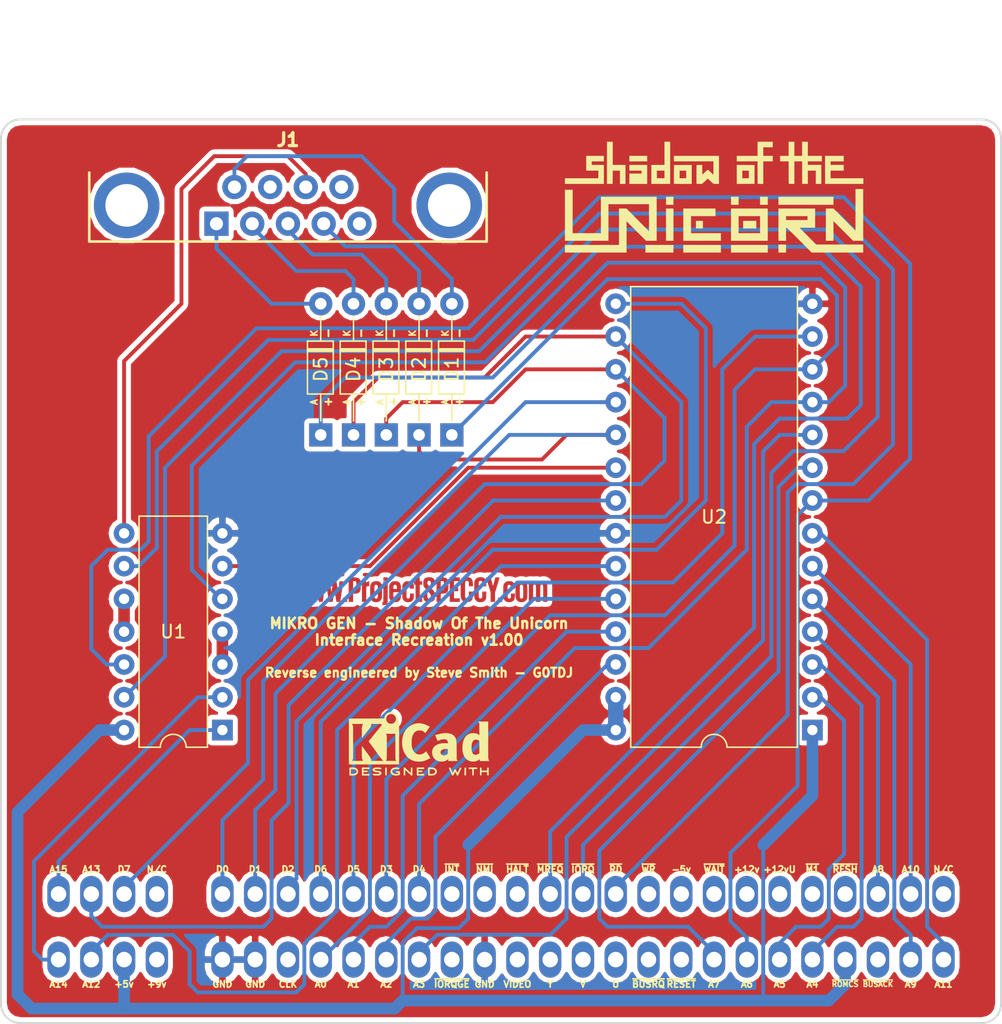
<source format=kicad_pcb>
(kicad_pcb (version 4) (host pcbnew 4.0.5)
  (layers (0 F.Cu signal) (31 B.Cu signal) (34 B.Paste user) (35 F.Paste user) (36 B.SilkS user) (37 F.SilkS user) (38 B.Mask user) (39 F.Mask user) (44 Edge.Cuts user))
  (net 0 "")
  (net 1 "Net-(D1-Pad2)")
  (net 2 D3)
  (net 3 "Net-(D2-Pad2)")
  (net 4 D0)
  (net 5 "Net-(D3-Pad2)")
  (net 6 D1)
  (net 7 "Net-(D4-Pad2)")
  (net 8 D2)
  (net 9 "Net-(D5-Pad2)")
  (net 10 D4)
  (net 11 "Net-(J1-Pad5)")
  (net 12 "Net-(J1-Pad7)")
  (net 13 "Net-(J1-Pad8)")
  (net 14 "Net-(J1-Pad9)")
  (net 15 A11)
  (net 16 A9)
  (net 17 ~BUSACK)
  (net 18 A4)
  (net 19 A5)
  (net 20 A6)
  (net 21 A7)
  (net 22 "Net-(P1-Pad28A)")
  (net 23 A10)
  (net 24 A8)
  (net 25 ~RFSH)
  (net 26 ~M1)
  (net 27 +12volts_u)
  (net 28 +12volts)
  (net 29 ~WAIT)
  (net 30 A15)
  (net 31 A14)
  (net 32 A13)
  (net 33 A12)
  (net 34 D7)
  (net 35 +5volts)
  (net 36 "Net-(P1-Pad4A)")
  (net 37 +9volts)
  (net 38 GND)
  (net 39 CLK)
  (net 40 D6)
  (net 41 A0)
  (net 42 D5)
  (net 43 A1)
  (net 44 A2)
  (net 45 A3)
  (net 46 ~INT)
  (net 47 ~IORQGE)
  (net 48 ~NMI)
  (net 49 ~HALT)
  (net 50 VIDEO)
  (net 51 ~MREQ)
  (net 52 y)
  (net 53 ~IORQ)
  (net 54 v)
  (net 55 ~RD)
  (net 56 u)
  (net 57 ~WR)
  (net 58 ~BUSRQ)
  (net 59 -5volts)
  (net 60 ~RESET)
  (net 61 "Net-(U1-Pad10)")
  (net 62 CE)
  (net 63 "Net-(U1-Pad3)")
  (module G0TDJ:1N4001_Diode_Case_59-10_Axial (layer F.Cu) (at 154.94 86.36 90)
    (fp_text reference D1 (at 0 0 90) (layer F.SilkS))
    (fp_text value DIODE hide)
    (fp_text user - (at 2.794 0.5588 90) (layer F.SilkS) (effects (font (size 0.6 0.6))))
    (fp_text user + (at -2.5146 0.5588 90) (layer F.SilkS) (effects (font (size 0.6 0.6))))
    (fp_text user K (at 2.794 -0.508 90) (layer F.SilkS) (effects (font (size 0.5 0.5) (thickness 0.125))))
    (fp_text user A (at -2.54 -0.508 90) (layer F.SilkS) (effects (font (size 0.5 0.5) (thickness 0.125))))
    (pad 2 thru_hole circle (at 5.08 0 90) (size 1.8 1.8) (drill 0.9) (layers *.Cu *.Mask) (net 1 "Net-(D1-Pad2)"))
    (pad 1 thru_hole rect (at -5.08 0 90) (size 1.8 1.8) (drill 0.9) (layers *.Cu *.Mask) (net 2 D3))
  )
  (module G0TDJ:1N4001_Diode_Case_59-10_Axial (layer F.Cu) (at 152.4 86.36 90)
    (fp_text reference D2 (at 0 0 90) (layer F.SilkS))
    (fp_text value DIODE hide)
    (fp_text user - (at 2.794 0.5588 90) (layer F.SilkS) (effects (font (size 0.6 0.6))))
    (fp_text user + (at -2.5146 0.5588 90) (layer F.SilkS) (effects (font (size 0.6 0.6))))
    (fp_text user K (at 2.794 -0.508 90) (layer F.SilkS) (effects (font (size 0.5 0.5) (thickness 0.125))))
    (fp_text user A (at -2.54 -0.508 90) (layer F.SilkS) (effects (font (size 0.5 0.5) (thickness 0.125))))
    (pad 2 thru_hole circle (at 5.08 0 90) (size 1.8 1.8) (drill 0.9) (layers *.Cu *.Mask) (net 3 "Net-(D2-Pad2)"))
    (pad 1 thru_hole rect (at -5.08 0 90) (size 1.8 1.8) (drill 0.9) (layers *.Cu *.Mask) (net 4 D0))
  )
  (module G0TDJ:1N4001_Diode_Case_59-10_Axial (layer F.Cu) (at 149.86 86.36 90)
    (fp_text reference D3 (at 0 0 90) (layer F.SilkS))
    (fp_text value DIODE hide)
    (fp_text user - (at 2.794 0.5588 90) (layer F.SilkS) (effects (font (size 0.6 0.6))))
    (fp_text user + (at -2.5146 0.5588 90) (layer F.SilkS) (effects (font (size 0.6 0.6))))
    (fp_text user K (at 2.794 -0.508 90) (layer F.SilkS) (effects (font (size 0.5 0.5) (thickness 0.125))))
    (fp_text user A (at -2.54 -0.508 90) (layer F.SilkS) (effects (font (size 0.5 0.5) (thickness 0.125))))
    (pad 2 thru_hole circle (at 5.08 0 90) (size 1.8 1.8) (drill 0.9) (layers *.Cu *.Mask) (net 5 "Net-(D3-Pad2)"))
    (pad 1 thru_hole rect (at -5.08 0 90) (size 1.8 1.8) (drill 0.9) (layers *.Cu *.Mask) (net 6 D1))
  )
  (module G0TDJ:1N4001_Diode_Case_59-10_Axial (layer F.Cu) (at 147.32 86.36 90)
    (fp_text reference D4 (at 0 0 90) (layer F.SilkS))
    (fp_text value DIODE hide)
    (fp_text user - (at 2.794 0.5588 90) (layer F.SilkS) (effects (font (size 0.6 0.6))))
    (fp_text user + (at -2.5146 0.5588 90) (layer F.SilkS) (effects (font (size 0.6 0.6))))
    (fp_text user K (at 2.794 -0.508 90) (layer F.SilkS) (effects (font (size 0.5 0.5) (thickness 0.125))))
    (fp_text user A (at -2.54 -0.508 90) (layer F.SilkS) (effects (font (size 0.5 0.5) (thickness 0.125))))
    (pad 2 thru_hole circle (at 5.08 0 90) (size 1.8 1.8) (drill 0.9) (layers *.Cu *.Mask) (net 7 "Net-(D4-Pad2)"))
    (pad 1 thru_hole rect (at -5.08 0 90) (size 1.8 1.8) (drill 0.9) (layers *.Cu *.Mask) (net 8 D2))
  )
  (module G0TDJ:1N4001_Diode_Case_59-10_Axial (layer F.Cu) (at 144.78 86.36 90)
    (fp_text reference D5 (at 0 0 90) (layer F.SilkS))
    (fp_text value DIODE hide)
    (fp_text user - (at 2.794 0.5588 90) (layer F.SilkS) (effects (font (size 0.6 0.6))))
    (fp_text user + (at -2.5146 0.5588 90) (layer F.SilkS) (effects (font (size 0.6 0.6))))
    (fp_text user K (at 2.794 -0.508 90) (layer F.SilkS) (effects (font (size 0.5 0.5) (thickness 0.125))))
    (fp_text user A (at -2.54 -0.508 90) (layer F.SilkS) (effects (font (size 0.5 0.5) (thickness 0.125))))
    (pad 2 thru_hole circle (at 5.08 0 90) (size 1.8 1.8) (drill 0.9) (layers *.Cu *.Mask) (net 9 "Net-(D5-Pad2)"))
    (pad 1 thru_hole rect (at -5.08 0 90) (size 1.8 1.8) (drill 0.9) (layers *.Cu *.Mask) (net 10 D4))
  )
  (module SparkFun-Connectors:SparkFun-Connectors-DB9 (layer F.Cu) (at 142.24 73.66)
    (fp_text reference J1 (at 0 -5.08) (layer F.SilkS) (effects (font (thickness 0.25))))
    (fp_text value DB9 hide)
    (pad 1 thru_hole rect (at -5.53974 1.41986) (size 1.8796 1.8796) (drill 1.016) (layers *.Cu *.Paste *.Mask) (net 9 "Net-(D5-Pad2)"))
    (pad 2 thru_hole circle (at -2.7686 1.41986) (size 1.8796 1.8796) (drill 1.016) (layers *.Cu *.Paste *.Mask) (net 7 "Net-(D4-Pad2)"))
    (pad 3 thru_hole circle (at 0 1.41986) (size 1.8796 1.8796) (drill 1.016) (layers *.Cu *.Paste *.Mask) (net 5 "Net-(D3-Pad2)"))
    (pad 4 thru_hole circle (at 2.7686 1.41986) (size 1.8796 1.8796) (drill 1.016) (layers *.Cu *.Paste *.Mask) (net 3 "Net-(D2-Pad2)"))
    (pad 5 thru_hole circle (at 5.53974 1.41986) (size 1.8796 1.8796) (drill 1.016) (layers *.Cu *.Paste *.Mask) (net 11 "Net-(J1-Pad5)"))
    (pad 6 thru_hole circle (at -4.14782 -1.41986) (size 1.8796 1.8796) (drill 1.016) (layers *.Cu *.Paste *.Mask) (net 1 "Net-(D1-Pad2)"))
    (pad 7 thru_hole circle (at -1.37922 -1.41986) (size 1.8796 1.8796) (drill 1.016) (layers *.Cu *.Paste *.Mask) (net 12 "Net-(J1-Pad7)"))
    (pad 8 thru_hole circle (at 1.37922 -1.41986) (size 1.8796 1.8796) (drill 1.016) (layers *.Cu *.Paste *.Mask) (net 13 "Net-(J1-Pad8)"))
    (pad 9 thru_hole circle (at 4.14782 -1.41986) (size 1.8796 1.8796) (drill 1.016) (layers *.Cu *.Paste *.Mask) (net 14 "Net-(J1-Pad9)"))
    (pad G1 thru_hole circle (at -12.49934 0) (size 5.08 5.08) (drill 3.302) (layers *.Cu *.Paste *.Mask))
    (pad G2 thru_hole circle (at 12.49934 0) (size 5.08 5.08) (drill 3.302) (layers *.Cu *.Paste *.Mask))
  )
  (module G0TDJ:Spectrum_Edge_Connector (layer F.Cu) (at 157.48 129.54)
    (fp_text reference P1 hide)
    (fp_text value SPECTRUM_EDGE-28x2 hide)
    (fp_text user N/C (at 35.56 -4.445) (layer F.SilkS) (effects (font (size 0.5 0.5) (thickness 0.125))))
    (fp_text user A10 (at 33.02 -4.445) (layer F.SilkS) (effects (font (size 0.5 0.5) (thickness 0.125))))
    (fp_text user A11 (at 35.56 4.445) (layer F.SilkS) (effects (font (size 0.5 0.5) (thickness 0.125))))
    (fp_text user A9 (at 33.02 4.445) (layer F.SilkS) (effects (font (size 0.5 0.5) (thickness 0.125))))
    (fp_text user A8 (at 30.48 -4.445) (layer F.SilkS) (effects (font (size 0.5 0.5) (thickness 0.125))))
    (fp_text user ~RFSH (at 27.94 -4.445) (layer F.SilkS) (effects (font (size 0.5 0.5) (thickness 0.125))))
    (fp_text user ~M1 (at 25.4 -4.445) (layer F.SilkS) (effects (font (size 0.5 0.5) (thickness 0.125))))
    (fp_text user +12vU (at 22.86 -4.445) (layer F.SilkS) (effects (font (size 0.5 0.5) (thickness 0.125))))
    (fp_text user ~BUSACK (at 30.48 4.445) (layer F.SilkS) (effects (font (size 0.4 0.4) (thickness 0.1))))
    (fp_text user ~ROMCS (at 27.94 4.445) (layer F.SilkS) (effects (font (size 0.4 0.4) (thickness 0.1))))
    (fp_text user A4 (at 25.4 4.445) (layer F.SilkS) (effects (font (size 0.5 0.5) (thickness 0.125))))
    (fp_text user A5 (at 22.86 4.445) (layer F.SilkS) (effects (font (size 0.5 0.5) (thickness 0.125))))
    (fp_text user +12v (at 20.32 -4.445) (layer F.SilkS) (effects (font (size 0.5 0.5) (thickness 0.125))))
    (fp_text user ~WAIT (at 17.78 -4.445) (layer F.SilkS) (effects (font (size 0.5 0.5) (thickness 0.125))))
    (fp_text user -5v (at 15.24 -4.445) (layer F.SilkS) (effects (font (size 0.5 0.5) (thickness 0.125))))
    (fp_text user ~WR (at 12.7 -4.445) (layer F.SilkS) (effects (font (size 0.5 0.5) (thickness 0.125))))
    (fp_text user A6 (at 20.32 4.445) (layer F.SilkS) (effects (font (size 0.5 0.5) (thickness 0.125))))
    (fp_text user A7 (at 17.78 4.445) (layer F.SilkS) (effects (font (size 0.5 0.5) (thickness 0.125))))
    (fp_text user ~RESET (at 15.24 4.445) (layer F.SilkS) (effects (font (size 0.5 0.5) (thickness 0.125))))
    (fp_text user ~BUSRQ (at 12.7 4.445) (layer F.SilkS) (effects (font (size 0.5 0.5) (thickness 0.125))))
    (fp_text user ~RD (at 10.16 -4.445) (layer F.SilkS) (effects (font (size 0.5 0.5) (thickness 0.125))))
    (fp_text user ~IORQ (at 7.62 -4.445) (layer F.SilkS) (effects (font (size 0.5 0.5) (thickness 0.125))))
    (fp_text user ~MREQ (at 5.08 -4.445) (layer F.SilkS) (effects (font (size 0.5 0.5) (thickness 0.125))))
    (fp_text user ~HALT (at 2.54 -4.445) (layer F.SilkS) (effects (font (size 0.5 0.5) (thickness 0.125))))
    (fp_text user U (at 10.16 4.445) (layer F.SilkS) (effects (font (size 0.5 0.5) (thickness 0.125))))
    (fp_text user V (at 7.62 4.445) (layer F.SilkS) (effects (font (size 0.5 0.5) (thickness 0.125))))
    (fp_text user Y (at 5.08 4.445) (layer F.SilkS) (effects (font (size 0.5 0.5) (thickness 0.125))))
    (fp_text user VIDEO (at 2.54 4.445) (layer F.SilkS) (effects (font (size 0.5 0.5) (thickness 0.125))))
    (fp_text user GND (at 0 4.445) (layer F.SilkS) (effects (font (size 0.5 0.5) (thickness 0.125))))
    (fp_text user ~IORQGE (at -2.54 4.445) (layer F.SilkS) (effects (font (size 0.5 0.5) (thickness 0.125))))
    (fp_text user A3 (at -5.08 4.445) (layer F.SilkS) (effects (font (size 0.5 0.5) (thickness 0.125))))
    (fp_text user ~NMI (at 0 -4.445) (layer F.SilkS) (effects (font (size 0.5 0.5) (thickness 0.125))))
    (fp_text user ~INT (at -2.54 -4.445) (layer F.SilkS) (effects (font (size 0.5 0.5) (thickness 0.125))))
    (fp_text user D4 (at -5.08 -4.445) (layer F.SilkS) (effects (font (size 0.5 0.5) (thickness 0.125))))
    (fp_text user D3 (at -7.62 -4.445) (layer F.SilkS) (effects (font (size 0.5 0.5) (thickness 0.125))))
    (fp_text user A2 (at -7.62 4.445) (layer F.SilkS) (effects (font (size 0.5 0.5) (thickness 0.125))))
    (fp_text user D5 (at -10.16 -4.445) (layer F.SilkS) (effects (font (size 0.5 0.5) (thickness 0.125))))
    (fp_text user D6 (at -12.7 -4.445) (layer F.SilkS) (effects (font (size 0.5 0.5) (thickness 0.125))))
    (fp_text user D2 (at -15.24 -4.445) (layer F.SilkS) (effects (font (size 0.5 0.5) (thickness 0.125))))
    (fp_text user A1 (at -10.16 4.445) (layer F.SilkS) (effects (font (size 0.5 0.5) (thickness 0.125))))
    (fp_text user A0 (at -12.7 4.445) (layer F.SilkS) (effects (font (size 0.5 0.5) (thickness 0.125))))
    (fp_text user CLK (at -15.24 4.445) (layer F.SilkS) (effects (font (size 0.5 0.5) (thickness 0.125))))
    (fp_text user GND (at -17.78 4.445) (layer F.SilkS) (effects (font (size 0.5 0.5) (thickness 0.125))))
    (fp_text user GND (at -20.32 4.445) (layer F.SilkS) (effects (font (size 0.5 0.5) (thickness 0.125))))
    (fp_text user +9v (at -25.4 4.445) (layer F.SilkS) (effects (font (size 0.5 0.5) (thickness 0.125))))
    (fp_text user +5v (at -27.94 4.445) (layer F.SilkS) (effects (font (size 0.5 0.5) (thickness 0.125))))
    (fp_text user A12 (at -30.48 4.445) (layer F.SilkS) (effects (font (size 0.5 0.5) (thickness 0.125))))
    (fp_text user A14 (at -33.02 4.445) (layer F.SilkS) (effects (font (size 0.5 0.5) (thickness 0.125))))
    (fp_text user D1 (at -17.78 -4.445) (layer F.SilkS) (effects (font (size 0.5 0.5) (thickness 0.125))))
    (fp_text user D0 (at -20.32 -4.445) (layer F.SilkS) (effects (font (size 0.5 0.5) (thickness 0.125))))
    (fp_text user N/C (at -25.4 -4.445) (layer F.SilkS) (effects (font (size 0.5 0.5) (thickness 0.125))))
    (fp_text user D7 (at -27.94 -4.445) (layer F.SilkS) (effects (font (size 0.5 0.5) (thickness 0.125))))
    (fp_text user A13 (at -30.48 -4.445) (layer F.SilkS) (effects (font (size 0.5 0.5) (thickness 0.125))))
    (fp_text user A15 (at -33.02 -4.445) (layer F.SilkS) (effects (font (size 0.5 0.5) (thickness 0.125))))
    (pad 28B thru_hole oval (at 35.56 2.54) (size 1.7272 2.8) (drill 1.2) (layers *.Cu *.Mask) (net 15 A11))
    (pad 27B thru_hole oval (at 33.02 2.54) (size 1.7272 2.8) (drill 1.2) (layers *.Cu *.Mask) (net 16 A9))
    (pad 26B thru_hole oval (at 30.48 2.54) (size 1.7272 2.8) (drill 1.2) (layers *.Cu *.Mask) (net 17 ~BUSACK))
    (pad 25B thru_hole oval (at 27.94 2.54) (size 1.7272 2.8) (drill 1.2) (layers *.Cu *.Mask) (net 35 +5volts))
    (pad 24B thru_hole oval (at 25.4 2.54) (size 1.7272 2.8) (drill 1.2) (layers *.Cu *.Mask) (net 18 A4))
    (pad 23B thru_hole oval (at 22.86 2.54) (size 1.7272 2.8) (drill 1.2) (layers *.Cu *.Mask) (net 19 A5))
    (pad 22B thru_hole oval (at 20.32 2.54) (size 1.7272 2.8) (drill 1.2) (layers *.Cu *.Mask) (net 20 A6))
    (pad 21B thru_hole oval (at 17.78 2.54) (size 1.7272 2.8) (drill 1.2) (layers *.Cu *.Mask) (net 21 A7))
    (pad 28A thru_hole oval (at 35.56 -2.54) (size 1.7272 2.8) (drill 1.2) (layers *.Cu *.Mask) (net 22 "Net-(P1-Pad28A)"))
    (pad 27A thru_hole oval (at 33.02 -2.54) (size 1.7272 2.8) (drill 1.2) (layers *.Cu *.Mask) (net 23 A10))
    (pad 26A thru_hole oval (at 30.48 -2.54) (size 1.7272 2.8) (drill 1.2) (layers *.Cu *.Mask) (net 24 A8))
    (pad 25A thru_hole oval (at 27.94 -2.54) (size 1.7272 2.8) (drill 1.2) (layers *.Cu *.Mask) (net 25 ~RFSH))
    (pad 24A thru_hole oval (at 25.4 -2.54) (size 1.7272 2.8) (drill 1.2) (layers *.Cu *.Mask) (net 26 ~M1))
    (pad 23A thru_hole oval (at 22.86 -2.54) (size 1.7272 2.8) (drill 1.2) (layers *.Cu *.Mask) (net 27 +12volts_u))
    (pad 22A thru_hole oval (at 20.32 -2.54) (size 1.7272 2.8) (drill 1.2) (layers *.Cu *.Mask) (net 28 +12volts))
    (pad 21A thru_hole oval (at 17.78 -2.54) (size 1.7272 2.8) (drill 1.2) (layers *.Cu *.Mask) (net 29 ~WAIT))
    (pad 1A thru_hole oval (at -33.02 -2.54) (size 1.7272 2.8) (drill 1.2) (layers *.Cu *.Mask) (net 30 A15))
    (pad 1B thru_hole oval (at -33.02 2.54) (size 1.7272 2.8) (drill 1.2) (layers *.Cu *.Mask) (net 31 A14))
    (pad 2A thru_hole oval (at -30.48 -2.54) (size 1.7272 2.8) (drill 1.2) (layers *.Cu *.Mask) (net 32 A13))
    (pad 2B thru_hole oval (at -30.48 2.54) (size 1.7272 2.8) (drill 1.2) (layers *.Cu *.Mask) (net 33 A12))
    (pad 3A thru_hole oval (at -27.94 -2.54) (size 1.7272 2.8) (drill 1.2) (layers *.Cu *.Mask) (net 34 D7))
    (pad 3B thru_hole oval (at -27.94 2.54) (size 1.7272 2.8) (drill 1.2) (layers *.Cu *.Mask) (net 35 +5volts))
    (pad 4A thru_hole oval (at -25.4 -2.54) (size 1.7272 2.8) (drill 1.2) (layers *.Cu *.Mask) (net 36 "Net-(P1-Pad4A)"))
    (pad 4B thru_hole oval (at -25.4 2.54) (size 1.7272 2.8) (drill 1.2) (layers *.Cu *.Mask) (net 37 +9volts))
    (pad 6A thru_hole oval (at -20.32 -2.54) (size 1.7272 2.8) (drill 1.2) (layers *.Cu *.Mask) (net 4 D0))
    (pad 6B thru_hole oval (at -20.32 2.54) (size 1.7272 2.8) (drill 1.2) (layers *.Cu *.Mask) (net 38 GND))
    (pad 7A thru_hole oval (at -17.78 -2.54) (size 1.7272 2.8) (drill 1.2) (layers *.Cu *.Mask) (net 6 D1))
    (pad 7B thru_hole oval (at -17.78 2.54) (size 1.7272 2.8) (drill 1.2) (layers *.Cu *.Mask) (net 38 GND))
    (pad 8A thru_hole oval (at -15.24 -2.54) (size 1.7272 2.8) (drill 1.2) (layers *.Cu *.Mask) (net 8 D2))
    (pad 8B thru_hole oval (at -15.24 2.54) (size 1.7272 2.8) (drill 1.2) (layers *.Cu *.Mask) (net 39 CLK))
    (pad 9A thru_hole oval (at -12.7 -2.54) (size 1.7272 2.8) (drill 1.2) (layers *.Cu *.Mask) (net 40 D6))
    (pad 9B thru_hole oval (at -12.7 2.54) (size 1.7272 2.8) (drill 1.2) (layers *.Cu *.Mask) (net 41 A0))
    (pad 10A thru_hole oval (at -10.16 -2.54) (size 1.7272 2.8) (drill 1.2) (layers *.Cu *.Mask) (net 42 D5))
    (pad 10B thru_hole oval (at -10.16 2.54) (size 1.7272 2.8) (drill 1.2) (layers *.Cu *.Mask) (net 43 A1))
    (pad 11A thru_hole oval (at -7.62 -2.54) (size 1.7272 2.8) (drill 1.2) (layers *.Cu *.Mask) (net 2 D3))
    (pad 11B thru_hole oval (at -7.62 2.54) (size 1.7272 2.8) (drill 1.2) (layers *.Cu *.Mask) (net 44 A2))
    (pad 12A thru_hole oval (at -5.08 -2.54) (size 1.7272 2.8) (drill 1.2) (layers *.Cu *.Mask) (net 10 D4))
    (pad 12B thru_hole oval (at -5.08 2.54) (size 1.7272 2.8) (drill 1.2) (layers *.Cu *.Mask) (net 45 A3))
    (pad 13A thru_hole oval (at -2.54 -2.54) (size 1.7272 2.8) (drill 1.2) (layers *.Cu *.Mask) (net 46 ~INT))
    (pad 13B thru_hole oval (at -2.54 2.54) (size 1.7272 2.8) (drill 1.2) (layers *.Cu *.Mask) (net 47 ~IORQGE))
    (pad 14A thru_hole oval (at 0 -2.54) (size 1.7272 2.8) (drill 1.2) (layers *.Cu *.Mask) (net 48 ~NMI))
    (pad 14B thru_hole oval (at 0 2.54) (size 1.7272 2.8) (drill 1.2) (layers *.Cu *.Mask) (net 38 GND))
    (pad 15A thru_hole oval (at 2.54 -2.54) (size 1.7272 2.8) (drill 1.2) (layers *.Cu *.Mask) (net 49 ~HALT))
    (pad 15B thru_hole oval (at 2.54 2.54) (size 1.7272 2.8) (drill 1.2) (layers *.Cu *.Mask) (net 50 VIDEO))
    (pad 16A thru_hole oval (at 5.08 -2.54) (size 1.7272 2.8) (drill 1.2) (layers *.Cu *.Mask) (net 51 ~MREQ))
    (pad 16B thru_hole oval (at 5.08 2.54) (size 1.7272 2.8) (drill 1.2) (layers *.Cu *.Mask) (net 52 y))
    (pad 17A thru_hole oval (at 7.62 -2.54) (size 1.7272 2.8) (drill 1.2) (layers *.Cu *.Mask) (net 53 ~IORQ))
    (pad 17B thru_hole oval (at 7.62 2.54) (size 1.7272 2.8) (drill 1.2) (layers *.Cu *.Mask) (net 54 v))
    (pad 18A thru_hole oval (at 10.16 -2.54) (size 1.7272 2.8) (drill 1.2) (layers *.Cu *.Mask) (net 55 ~RD))
    (pad 18B thru_hole oval (at 10.16 2.54) (size 1.7272 2.8) (drill 1.2) (layers *.Cu *.Mask) (net 56 u))
    (pad 19A thru_hole oval (at 12.7 -2.54) (size 1.7272 2.8) (drill 1.2) (layers *.Cu *.Mask) (net 57 ~WR))
    (pad 19B thru_hole oval (at 12.7 2.54) (size 1.7272 2.8) (drill 1.2) (layers *.Cu *.Mask) (net 58 ~BUSRQ))
    (pad 20A thru_hole oval (at 15.24 -2.54) (size 1.7272 2.8) (drill 1.2) (layers *.Cu *.Mask) (net 59 -5volts))
    (pad 20B thru_hole oval (at 15.24 2.54) (size 1.7272 2.8) (drill 1.2) (layers *.Cu *.Mask) (net 60 ~RESET))
  )
  (module Housings_DIP:DIP-14_W7.62mm (layer F.Cu) (at 137.16 114.3 180)
    (fp_text reference U1 (at 3.81 7.62 180) (layer F.SilkS))
    (fp_text value 74LS32 hide)
    (pad 1 thru_hole rect (at 0 0 180) (size 1.6 1.6) (drill 0.8) (layers *.Cu *.Mask) (net 30 A15))
    (pad 8 thru_hole oval (at 7.62 15.24 180) (size 1.6 1.6) (drill 0.8) (layers *.Cu *.Mask) (net 13 "Net-(J1-Pad8)"))
    (pad 2 thru_hole oval (at 0 2.54 180) (size 1.6 1.6) (drill 0.8) (layers *.Cu *.Mask) (net 31 A14))
    (pad 9 thru_hole oval (at 7.62 12.7 180) (size 1.6 1.6) (drill 0.8) (layers *.Cu *.Mask) (net 55 ~RD))
    (pad 3 thru_hole oval (at 0 5.08 180) (size 1.6 1.6) (drill 0.8) (layers *.Cu *.Mask) (net 63 "Net-(U1-Pad3)"))
    (pad 10 thru_hole oval (at 7.62 10.16 180) (size 1.6 1.6) (drill 0.8) (layers *.Cu *.Mask) (net 61 "Net-(U1-Pad10)"))
    (pad 4 thru_hole oval (at 0 7.62 180) (size 1.6 1.6) (drill 0.8) (layers *.Cu *.Mask) (net 63 "Net-(U1-Pad3)"))
    (pad 11 thru_hole oval (at 7.62 7.62 180) (size 1.6 1.6) (drill 0.8) (layers *.Cu *.Mask) (net 61 "Net-(U1-Pad10)"))
    (pad 5 thru_hole oval (at 0 10.16 180) (size 1.6 1.6) (drill 0.8) (layers *.Cu *.Mask) (net 51 ~MREQ))
    (pad 12 thru_hole oval (at 7.62 5.08 180) (size 1.6 1.6) (drill 0.8) (layers *.Cu *.Mask) (net 20 A6))
    (pad 6 thru_hole oval (at 0 12.7 180) (size 1.6 1.6) (drill 0.8) (layers *.Cu *.Mask) (net 62 CE))
    (pad 13 thru_hole oval (at 7.62 2.54 180) (size 1.6 1.6) (drill 0.8) (layers *.Cu *.Mask) (net 53 ~IORQ))
    (pad 7 thru_hole oval (at 0 15.24 180) (size 1.6 1.6) (drill 0.8) (layers *.Cu *.Mask) (net 38 GND))
    (pad 14 thru_hole oval (at 7.62 0 180) (size 1.6 1.6) (drill 0.8) (layers *.Cu *.Mask) (net 35 +5volts))
  )
  (module Housings_DIP:DIP-28_W15.24mm (layer F.Cu) (at 182.88 114.3 180)
    (fp_text reference U2 (at 7.62 16.51 180) (layer F.SilkS))
    (fp_text value 27C128 hide)
    (pad 1 thru_hole rect (at 0 0 180) (size 1.6 1.6) (drill 0.8) (layers *.Cu *.Mask) (net 35 +5volts))
    (pad 15 thru_hole oval (at 15.24 33.02 180) (size 1.6 1.6) (drill 0.8) (layers *.Cu *.Mask) (net 40 D6))
    (pad 2 thru_hole oval (at 0 2.54 180) (size 1.6 1.6) (drill 0.8) (layers *.Cu *.Mask) (net 19 A5))
    (pad 16 thru_hole oval (at 15.24 30.48 180) (size 1.6 1.6) (drill 0.8) (layers *.Cu *.Mask) (net 8 D2))
    (pad 3 thru_hole oval (at 0 5.08 180) (size 1.6 1.6) (drill 0.8) (layers *.Cu *.Mask) (net 18 A4))
    (pad 17 thru_hole oval (at 15.24 27.94 180) (size 1.6 1.6) (drill 0.8) (layers *.Cu *.Mask) (net 6 D1))
    (pad 4 thru_hole oval (at 0 7.62 180) (size 1.6 1.6) (drill 0.8) (layers *.Cu *.Mask) (net 24 A8))
    (pad 18 thru_hole oval (at 15.24 25.4 180) (size 1.6 1.6) (drill 0.8) (layers *.Cu *.Mask) (net 34 D7))
    (pad 5 thru_hole oval (at 0 10.16 180) (size 1.6 1.6) (drill 0.8) (layers *.Cu *.Mask) (net 16 A9))
    (pad 19 thru_hole oval (at 15.24 22.86 180) (size 1.6 1.6) (drill 0.8) (layers *.Cu *.Mask) (net 4 D0))
    (pad 6 thru_hole oval (at 0 12.7 180) (size 1.6 1.6) (drill 0.8) (layers *.Cu *.Mask) (net 23 A10))
    (pad 20 thru_hole oval (at 15.24 20.32 180) (size 1.6 1.6) (drill 0.8) (layers *.Cu *.Mask) (net 62 CE))
    (pad 7 thru_hole oval (at 0 15.24 180) (size 1.6 1.6) (drill 0.8) (layers *.Cu *.Mask) (net 15 A11))
    (pad 21 thru_hole oval (at 15.24 17.78 180) (size 1.6 1.6) (drill 0.8) (layers *.Cu *.Mask) (net 32 A13))
    (pad 8 thru_hole oval (at 0 17.78 180) (size 1.6 1.6) (drill 0.8) (layers *.Cu *.Mask) (net 20 A6))
    (pad 22 thru_hole oval (at 15.24 15.24 180) (size 1.6 1.6) (drill 0.8) (layers *.Cu *.Mask) (net 38 GND))
    (pad 9 thru_hole oval (at 0 20.32 180) (size 1.6 1.6) (drill 0.8) (layers *.Cu *.Mask) (net 21 A7))
    (pad 23 thru_hole oval (at 15.24 12.7 180) (size 1.6 1.6) (drill 0.8) (layers *.Cu *.Mask) (net 33 A12))
    (pad 10 thru_hole oval (at 0 22.86 180) (size 1.6 1.6) (drill 0.8) (layers *.Cu *.Mask) (net 45 A3))
    (pad 24 thru_hole oval (at 15.24 10.16 180) (size 1.6 1.6) (drill 0.8) (layers *.Cu *.Mask) (net 41 A0))
    (pad 11 thru_hole oval (at 0 25.4 180) (size 1.6 1.6) (drill 0.8) (layers *.Cu *.Mask) (net 10 D4))
    (pad 25 thru_hole oval (at 15.24 7.62 180) (size 1.6 1.6) (drill 0.8) (layers *.Cu *.Mask) (net 43 A1))
    (pad 12 thru_hole oval (at 0 27.94 180) (size 1.6 1.6) (drill 0.8) (layers *.Cu *.Mask) (net 2 D3))
    (pad 26 thru_hole oval (at 15.24 5.08 180) (size 1.6 1.6) (drill 0.8) (layers *.Cu *.Mask) (net 44 A2))
    (pad 13 thru_hole oval (at 0 30.48 180) (size 1.6 1.6) (drill 0.8) (layers *.Cu *.Mask) (net 42 D5))
    (pad 27 thru_hole oval (at 15.24 2.54 180) (size 1.6 1.6) (drill 0.8) (layers *.Cu *.Mask) (net 35 +5volts))
    (pad 14 thru_hole oval (at 0 33.02 180) (size 1.6 1.6) (drill 0.8) (layers *.Cu *.Mask) (net 38 GND))
    (pad 28 thru_hole oval (at 15.24 0 180) (size 1.6 1.6) (drill 0.8) (layers *.Cu *.Mask) (net 35 +5volts))
  )
  (module ProjectSPECCY:ProjectSPECCY_Logo_F.FCu_20mm (layer F.Cu) (at 152.4 103.505)
    (fp_text reference G*** hide)
    (fp_text value LOGO hide)
    (fp_poly (pts (xy -2.4384 0.109205) (xy -2.438452 0.27695) (xy -2.438634 0.42117) (xy -2.438993 0.543741) (xy -2.439572 0.646538) (xy -2.440414 0.731438) (xy -2.441566 0.800316) (xy -2.44307 0.855047) (xy -2.444971 0.897506) (xy -2.447312 0.92957) (xy -2.45014 0.953113) (xy -2.453496 0.970011) (xy -2.457426 0.98214) (xy -2.459061 0.985851) (xy -2.485662 1.028992) (xy -2.52144 1.06138) (xy -2.570291 1.084815) (xy -2.636107 1.101101) (xy -2.722783 1.11204) (xy -2.733675 1.112988) (xy -2.8321 1.121251) (xy -2.8321 0.890687) (xy -2.797175 0.886668) (xy -2.76225 0.88265) (xy -2.758981 0.079375) (xy -2.755711 -0.7239) (xy -2.4384 -0.7239) (xy -2.4384 0.109205)) (layer F.Cu) (width 0.01))
    (fp_poly (pts (xy -3.32105 -0.729917) (xy -3.253478 -0.729223) (xy -3.204925 -0.726873) (xy -3.169024 -0.721943) (xy -3.139405 -0.713512) (xy -3.109698 -0.700655) (xy -3.105686 -0.698702) (xy -3.023284 -0.645662) (xy -2.959024 -0.575842) (xy -2.912212 -0.488272) (xy -2.883072 -0.386752) (xy -2.878324 -0.348756) (xy -2.874856 -0.289243) (xy -2.872651 -0.207381) (xy -2.871691 -0.102336) (xy -2.87196 0.026724) (xy -2.872752 0.12065) (xy -2.874036 0.237355) (xy -2.875328 0.331619) (xy -2.876825 0.406401) (xy -2.878721 0.464657) (xy -2.881211 0.509345) (xy -2.884489 0.543425) (xy -2.888751 0.569854) (xy -2.89419 0.59159) (xy -2.901002 0.611591) (xy -2.9059 0.624168) (xy -2.95427 0.714813) (xy -3.01916 0.786212) (xy -3.100338 0.838207) (xy -3.197569 0.870643) (xy -3.292227 0.882696) (xy -3.349369 0.883798) (xy -3.403916 0.881938) (xy -3.445326 0.877523) (xy -3.449891 0.876636) (xy -3.546354 0.843579) (xy -3.629865 0.789529) (xy -3.697821 0.716691) (xy -3.747618 0.627266) (xy -3.749223 0.623307) (xy -3.756882 0.603084) (xy -3.763068 0.582773) (xy -3.767973 0.559422) (xy -3.77179 0.530076) (xy -3.774712 0.491781) (xy -3.776931 0.441583) (xy -3.778642 0.376529) (xy -3.780036 0.293664) (xy -3.781307 0.190036) (xy -3.782049 0.12065) (xy -3.782338 0.080201) (xy -3.467081 0.080201) (xy -3.466959 0.196561) (xy -3.466518 0.290322) (xy -3.465624 0.364282) (xy -3.464142 0.421243) (xy -3.46194 0.464003) (xy -3.458883 0.495362) (xy -3.454839 0.51812) (xy -3.449673 0.535076) (xy -3.444856 0.545923) (xy -3.40941 0.591857) (xy -3.361224 0.61745) (xy -3.3274 0.621925) (xy -3.29109 0.616068) (xy -3.2639 0.606061) (xy -3.237006 0.584099) (xy -3.212666 0.551042) (xy -3.209945 0.545923) (xy -3.203827 0.531523) (xy -3.198932 0.513473) (xy -3.195128 0.488974) (xy -3.192281 0.455227) (xy -3.190257 0.409431) (xy -3.188923 0.348787) (xy -3.188145 0.270496) (xy -3.18779 0.171756) (xy -3.18772 0.080201) (xy -3.188143 -0.048367) (xy -3.1894 -0.157828) (xy -3.191451 -0.24688) (xy -3.194259 -0.314224) (xy -3.197785 -0.35856) (xy -3.201246 -0.376999) (xy -3.229424 -0.428971) (xy -3.267948 -0.459049) (xy -3.320292 -0.469789) (xy -3.3274 -0.4699) (xy -3.381568 -0.461233) (xy -3.421513 -0.433524) (xy -3.450711 -0.384217) (xy -3.453555 -0.376999) (xy -3.45765 -0.352839) (xy -3.461059 -0.304588) (xy -3.463744 -0.233545) (xy -3.465666 -0.14101) (xy -3.466787 -0.028283) (xy -3.467081 0.080201) (xy -3.782338 0.080201) (xy -3.783083 -0.023953) (xy -3.782899 -0.144017) (xy -3.781479 -0.240375) (xy -3.778808 -0.313859) (xy -3.774867 -0.365301) (xy -3.771729 -0.386752) (xy -3.742329 -0.489634) (xy -3.697471 -0.573364) (xy -3.635622 -0.640033) (xy -3.555252 -0.691733) (xy -3.544399 -0.696979) (xy -3.511379 -0.711392) (xy -3.481186 -0.72092) (xy -3.447216 -0.726537) (xy -3.402862 -0.729216) (xy -3.341519 -0.729933) (xy -3.32105 -0.729917)) (layer F.Cu) (width 0.01))
    (fp_poly (pts (xy -1.76532 -0.727968) (xy -1.696079 -0.720465) (xy -1.641007 -0.705798) (xy -1.594629 -0.682292) (xy -1.551475 -0.648271) (xy -1.534654 -0.632107) (xy -1.496918 -0.588501) (xy -1.467098 -0.53939) (xy -1.444424 -0.481485) (xy -1.428125 -0.411498) (xy -1.417434 -0.326139) (xy -1.411581 -0.22212) (xy -1.409796 -0.098425) (xy -1.4097 0.1143) (xy -1.9939 0.1143) (xy -1.9939 0.31178) (xy -1.993264 0.394636) (xy -1.991143 0.456005) (xy -1.987219 0.499773) (xy -1.981171 0.529825) (xy -1.974636 0.546515) (xy -1.941302 0.587095) (xy -1.89528 0.612718) (xy -1.844075 0.621264) (xy -1.795193 0.610617) (xy -1.779485 0.60159) (xy -1.751917 0.574927) (xy -1.732741 0.537317) (xy -1.720889 0.484836) (xy -1.715296 0.413558) (xy -1.7145 0.362357) (xy -1.7145 0.2286) (xy -1.405896 0.2286) (xy -1.413039 0.396875) (xy -1.417625 0.47875) (xy -1.424051 0.541533) (xy -1.433224 0.591514) (xy -1.446053 0.634983) (xy -1.448356 0.64135) (xy -1.487571 0.716785) (xy -1.543569 0.782971) (xy -1.61045 0.833871) (xy -1.658545 0.856463) (xy -1.724715 0.872853) (xy -1.804375 0.882198) (xy -1.887333 0.884111) (xy -1.963394 0.878204) (xy -2.005567 0.869639) (xy -2.097263 0.833707) (xy -2.171754 0.781065) (xy -2.231983 0.709166) (xy -2.269438 0.64135) (xy -2.30505 0.56515) (xy -2.30505 0.0762) (xy -2.305021 -0.048121) (xy -2.304833 -0.149773) (xy -2.304342 -0.231484) (xy -2.304193 -0.241708) (xy -1.9939 -0.241708) (xy -1.9939 -0.127) (xy -1.7145 -0.127) (xy -1.715054 -0.212725) (xy -1.719675 -0.30504) (xy -1.732867 -0.374951) (xy -1.75564 -0.424302) (xy -1.789002 -0.454939) (xy -1.833962 -0.468705) (xy -1.855744 -0.4699) (xy -1.906698 -0.464362) (xy -1.944321 -0.446) (xy -1.970198 -0.412198) (xy -1.985913 -0.360338) (xy -1.993052 -0.287801) (xy -1.9939 -0.241708) (xy -2.304193 -0.241708) (xy -2.3034 -0.295987) (xy -2.301862 -0.346011) (xy -2.299581 -0.384286) (xy -2.29641 -0.413543) (xy -2.292204 -0.436512) (xy -2.286815 -0.455924) (xy -2.280099 -0.474508) (xy -2.274818 -0.487767) (xy -2.231086 -0.566525) (xy -2.169554 -0.636181) (xy -2.096818 -0.689733) (xy -2.073071 -0.701949) (xy -2.043462 -0.714026) (xy -2.012689 -0.722089) (xy -1.974667 -0.726917) (xy -1.923309 -0.72929) (xy -1.8542 -0.729985) (xy -1.76532 -0.727968)) (layer F.Cu) (width 0.01))
    (fp_poly (pts (xy -0.8382 -0.729532) (xy -0.755865 -0.727776) (xy -0.692948 -0.72215) (xy -0.64355 -0.710843) (xy -0.601772 -0.692045) (xy -0.561716 -0.663944) (xy -0.527632 -0.63418) (xy -0.482111 -0.584794) (xy -0.449268 -0.529962) (xy -0.427235 -0.464548) (xy -0.414144 -0.383416) (xy -0.409021 -0.307975) (xy -0.403204 -0.1651) (xy -0.7112 -0.1651) (xy -0.7112 -0.267331) (xy -0.715718 -0.346418) (xy -0.729771 -0.403943) (xy -0.754113 -0.44218) (xy -0.773997 -0.456824) (xy -0.812347 -0.467654) (xy -0.859686 -0.468736) (xy -0.903355 -0.460535) (xy -0.922524 -0.451356) (xy -0.936784 -0.44018) (xy -0.948401 -0.426914) (xy -0.957621 -0.409042) (xy -0.964686 -0.38405) (xy -0.96984 -0.349421) (xy -0.973327 -0.30264) (xy -0.975391 -0.241193) (xy -0.976276 -0.162562) (xy -0.976224 -0.064234) (xy -0.97548 0.056307) (xy -0.975197 0.092393) (xy -0.97155 0.54555) (xy -0.936337 0.58075) (xy -0.907953 0.603651) (xy -0.876216 0.613929) (xy -0.839245 0.61595) (xy -0.790728 0.610982) (xy -0.754104 0.594334) (xy -0.727977 0.563383) (xy -0.710947 0.515511) (xy -0.701616 0.448096) (xy -0.698583 0.358519) (xy -0.698571 0.352425) (xy -0.6985 0.2286) (xy -0.403576 0.2286) (xy -0.408685 0.409575) (xy -0.411129 0.483041) (xy -0.414277 0.537014) (xy -0.41907 0.577397) (xy -0.426449 0.610096) (xy -0.437355 0.641015) (xy -0.450293 0.670728) (xy -0.499864 0.752806) (xy -0.564411 0.814925) (xy -0.642993 0.856188) (xy -0.646006 0.85725) (xy -0.710716 0.872972) (xy -0.788928 0.88199) (xy -0.870539 0.883938) (xy -0.945445 0.87845) (xy -0.989567 0.869686) (xy -1.085313 0.830704) (xy -1.164489 0.772862) (xy -1.225865 0.697355) (xy -1.268208 0.605378) (xy -1.270864 0.596924) (xy -1.277564 0.573544) (xy -1.282953 0.550163) (xy -1.287146 0.523897) (xy -1.290257 0.491863) (xy -1.2924 0.451178) (xy -1.29369 0.398958) (xy -1.294241 0.33232) (xy -1.294168 0.248381) (xy -1.293584 0.144257) (xy -1.292818 0.043395) (xy -1.28905 -0.42545) (xy -1.256016 -0.49588) (xy -1.206598 -0.580801) (xy -1.146246 -0.645419) (xy -1.07112 -0.693822) (xy -1.069107 -0.694816) (xy -1.037063 -0.709727) (xy -1.008774 -0.719716) (xy -0.977946 -0.725729) (xy -0.938289 -0.728712) (xy -0.883509 -0.729611) (xy -0.8382 -0.729532)) (layer F.Cu) (width 0.01))
    (fp_poly (pts (xy 0.925257 -1.032781) (xy 0.988068 -1.017625) (xy 1.041521 -0.992687) (xy 1.090726 -0.956691) (xy 1.094961 -0.953006) (xy 1.138491 -0.910051) (xy 1.170255 -0.865798) (xy 1.192167 -0.814997) (xy 1.206138 -0.7524) (xy 1.21408 -0.672757) (xy 1.216595 -0.619125) (xy 1.222203 -0.4572) (xy 0.9271 -0.4572) (xy 0.927029 -0.542925) (xy 0.921898 -0.629758) (xy 0.905985 -0.694743) (xy 0.878264 -0.739486) (xy 0.837709 -0.765591) (xy 0.783296 -0.774662) (xy 0.77889 -0.7747) (xy 0.718295 -0.765521) (xy 0.674471 -0.737694) (xy 0.647049 -0.690782) (xy 0.635662 -0.624352) (xy 0.635278 -0.60453) (xy 0.637783 -0.568131) (xy 0.646205 -0.533262) (xy 0.662514 -0.497106) (xy 0.688683 -0.456843) (xy 0.726685 -0.409656) (xy 0.77849 -0.352727) (xy 0.846072 -0.283237) (xy 0.892665 -0.236671) (xy 0.982463 -0.146267) (xy 1.055096 -0.069554) (xy 1.112455 -0.003422) (xy 1.156427 0.055236) (xy 1.188901 0.109527) (xy 1.211767 0.162559) (xy 1.226914 0.217439) (xy 1.23623 0.277275) (xy 1.24111 0.336578) (xy 1.241245 0.468852) (xy 1.224495 0.582245) (xy 1.190609 0.677078) (xy 1.139332 0.753668) (xy 1.070411 0.812334) (xy 0.983592 0.853396) (xy 0.878622 0.877171) (xy 0.80645 0.883287) (xy 0.747161 0.884083) (xy 0.690352 0.882122) (xy 0.645975 0.877823) (xy 0.636673 0.87616) (xy 0.545813 0.845759) (xy 0.466643 0.797128) (xy 0.402926 0.733476) (xy 0.358425 0.658017) (xy 0.348257 0.62997) (xy 0.338953 0.586528) (xy 0.330822 0.522742) (xy 0.324408 0.443658) (xy 0.321071 0.377825) (xy 0.31381 0.1905) (xy 0.635 0.1905) (xy 0.635 0.361749) (xy 0.635172 0.430777) (xy 0.636233 0.479324) (xy 0.639002 0.512308) (xy 0.644296 0.534647) (xy 0.652934 0.551261) (xy 0.665734 0.567067) (xy 0.669925 0.57174) (xy 0.715814 0.606436) (xy 0.767609 0.620015) (xy 0.819277 0.612914) (xy 0.864786 0.585567) (xy 0.888946 0.555941) (xy 0.904527 0.514077) (xy 0.913157 0.456791) (xy 0.914609 0.393156) (xy 0.908652 0.332244) (xy 0.895788 0.28484) (xy 0.881597 0.262884) (xy 0.852094 0.226054) (xy 0.809962 0.177406) (xy 0.757883 0.119992) (xy 0.698537 0.056869) (xy 0.665675 0.022779) (xy 0.576482 -0.070141) (xy 0.504228 -0.149033) (xy 0.447232 -0.217141) (xy 0.403814 -0.277713) (xy 0.372292 -0.333995) (xy 0.350984 -0.389232) (xy 0.338211 -0.446673) (xy 0.332289 -0.509562) (xy 0.33154 -0.581146) (xy 0.332555 -0.620489) (xy 0.338241 -0.710773) (xy 0.349691 -0.781482) (xy 0.368733 -0.838134) (xy 0.397191 -0.886245) (xy 0.434693 -0.929147) (xy 0.483647 -0.971728) (xy 0.535583 -1.002058) (xy 0.596204 -1.022116) (xy 0.671216 -1.033879) (xy 0.751111 -1.038853) (xy 0.847975 -1.039432) (xy 0.925257 -1.032781)) (layer F.Cu) (width 0.01))
    (fp_poly (pts (xy 3.786325 -1.034771) (xy 3.837972 -1.033424) (xy 3.875157 -1.030243) (xy 3.903352 -1.024465) (xy 3.928023 -1.015325) (xy 3.95464 -1.002057) (xy 3.95605 -1.00131) (xy 4.019561 -0.960168) (xy 4.070093 -0.909729) (xy 4.108701 -0.847324) (xy 4.136444 -0.770283) (xy 4.154379 -0.675939) (xy 4.163564 -0.561622) (xy 4.165348 -0.473075) (xy 4.1656 -0.3429) (xy 3.8608 -0.3429) (xy 3.86078 -0.498475) (xy 3.859932 -0.571071) (xy 3.857018 -0.623599) (xy 3.85145 -0.66135) (xy 3.842641 -0.689613) (xy 3.838555 -0.6985) (xy 3.805143 -0.740427) (xy 3.759782 -0.764438) (xy 3.708519 -0.77054) (xy 3.657401 -0.758743) (xy 3.612476 -0.729053) (xy 3.588268 -0.69817) (xy 3.581843 -0.686238) (xy 3.576546 -0.672724) (xy 3.572245 -0.655137) (xy 3.568809 -0.630988) (xy 3.566105 -0.597783) (xy 3.564002 -0.553033) (xy 3.562368 -0.494247) (xy 3.56107 -0.418932) (xy 3.559978 -0.324599) (xy 3.55896 -0.208756) (xy 3.55837 -0.13335) (xy 3.557699 -0.017899) (xy 3.557461 0.092003) (xy 3.557633 0.19322) (xy 3.558194 0.282618) (xy 3.559121 0.357062) (xy 3.560392 0.413418) (xy 3.561983 0.448551) (xy 3.562579 0.454981) (xy 3.579615 0.522312) (xy 3.612319 0.569828) (xy 3.661205 0.5981) (xy 3.699038 0.606122) (xy 3.748341 0.607058) (xy 3.784674 0.595472) (xy 3.791762 0.591185) (xy 3.815616 0.571887) (xy 3.833435 0.547111) (xy 3.846032 0.513177) (xy 3.854225 0.466406) (xy 3.858829 0.403117) (xy 3.860661 0.319631) (xy 3.8608 0.279807) (xy 3.8608 0.0762) (xy 4.014865 0.0762) (xy 4.16893 0.076199) (xy 4.162243 0.314325) (xy 4.158359 0.419383) (xy 4.152711 0.503155) (xy 4.144438 0.569738) (xy 4.132684 0.623229) (xy 4.116588 0.667725) (xy 4.095293 0.707324) (xy 4.073199 0.739214) (xy 4.020637 0.791471) (xy 3.948279 0.835938) (xy 3.903158 0.857031) (xy 3.863887 0.870327) (xy 3.820956 0.878044) (xy 3.764857 0.8824) (xy 3.745079 0.883338) (xy 3.665285 0.883874) (xy 3.596796 0.878583) (xy 3.56087 0.871925) (xy 3.462456 0.83508) (xy 3.381034 0.779467) (xy 3.316944 0.705501) (xy 3.270528 0.613594) (xy 3.242127 0.50416) (xy 3.238764 0.481179) (xy 3.2355 0.44219) (xy 3.232752 0.381945) (xy 3.23052 0.304162) (xy 3.228804 0.21256) (xy 3.227606 0.110856) (xy 3.226925 0.002769) (xy 3.226763 -0.107982) (xy 3.22712 -0.217681) (xy 3.227998 -0.322607) (xy 3.229395 -0.419044) (xy 3.231314 -0.503273) (xy 3.233755 -0.571575) (xy 3.236719 -0.620232) (xy 3.238559 -0.637187) (xy 3.264191 -0.751921) (xy 3.305446 -0.847201) (xy 3.363035 -0.924136) (xy 3.437667 -0.983831) (xy 3.47345 -1.003626) (xy 3.500946 -1.016278) (xy 3.527084 -1.025004) (xy 3.557393 -1.030524) (xy 3.597401 -1.033557) (xy 3.652639 -1.034824) (xy 3.71475 -1.03505) (xy 3.786325 -1.034771)) (layer F.Cu) (width 0.01))
    (fp_poly (pts (xy 4.905764 -1.0314) (xy 4.973767 -1.013464) (xy 5.03334 -0.984728) (xy 5.047309 -0.975884) (xy 5.100693 -0.931766) (xy 5.142099 -0.876655) (xy 5.172467 -0.807812) (xy 5.192738 -0.722497) (xy 5.203851 -0.617971) (xy 5.206801 -0.511175) (xy 5.207 -0.3429) (xy 4.904119 -0.3429) (xy 4.899984 -0.520448) (xy 4.898175 -0.590923) (xy 4.896001 -0.640723) (xy 4.892591 -0.674566) (xy 4.88707 -0.697172) (xy 4.878567 -0.71326) (xy 4.866209 -0.727549) (xy 4.860636 -0.733173) (xy 4.832708 -0.755816) (xy 4.801615 -0.766143) (xy 4.762455 -0.76835) (xy 4.720065 -0.765681) (xy 4.690269 -0.754352) (xy 4.660527 -0.729383) (xy 4.657969 -0.726841) (xy 4.61645 -0.685331) (xy 4.612568 -0.110891) (xy 4.611779 0.048948) (xy 4.611748 0.18409) (xy 4.612487 0.295228) (xy 4.614008 0.383053) (xy 4.616322 0.448257) (xy 4.61944 0.491534) (xy 4.622785 0.511782) (xy 4.648047 0.558772) (xy 4.688137 0.590964) (xy 4.736968 0.607546) (xy 4.788449 0.607706) (xy 4.836495 0.590632) (xy 4.875015 0.555511) (xy 4.881051 0.546233) (xy 4.889072 0.528599) (xy 4.894844 0.504363) (xy 4.898704 0.469506) (xy 4.900986 0.420007) (xy 4.902028 0.351848) (xy 4.9022 0.293315) (xy 4.9022 0.0762) (xy 5.209296 0.0762) (xy 5.203953 0.327025) (xy 5.201108 0.429255) (xy 5.196773 0.51017) (xy 5.189946 0.573851) (xy 5.179625 0.624378) (xy 5.164809 0.66583) (xy 5.144494 0.702289) (xy 5.117681 0.737835) (xy 5.097344 0.761214) (xy 5.03951 0.813336) (xy 4.971852 0.849851) (xy 4.889929 0.872509) (xy 4.7893 0.88306) (xy 4.7879 0.883123) (xy 4.729702 0.883973) (xy 4.673709 0.88188) (xy 4.630463 0.877293) (xy 4.624473 0.876158) (xy 4.525686 0.84334) (xy 4.442044 0.790461) (xy 4.374495 0.718522) (xy 4.323987 0.628524) (xy 4.292255 0.525317) (xy 4.288625 0.49348) (xy 4.285746 0.43694) (xy 4.283629 0.356382) (xy 4.282283 0.252492) (xy 4.281719 0.125957) (xy 4.281948 -0.022538) (xy 4.282474 -0.122383) (xy 4.283388 -0.259207) (xy 4.284278 -0.373072) (xy 4.285268 -0.466418) (xy 4.286481 -0.541686) (xy 4.28804 -0.601315) (xy 4.290068 -0.647747) (xy 4.292687 -0.683421) (xy 4.296022 -0.710778) (xy 4.300195 -0.732258) (xy 4.30533 -0.750301) (xy 4.311549 -0.767349) (xy 4.315507 -0.777261) (xy 4.357481 -0.855519) (xy 4.414521 -0.925301) (xy 4.480697 -0.980158) (xy 4.524001 -1.003974) (xy 4.566144 -1.019525) (xy 4.613075 -1.029816) (xy 4.672483 -1.036197) (xy 4.72345 -1.038971) (xy 4.824077 -1.039562) (xy 4.905764 -1.0314)) (layer F.Cu) (width 0.01))
    (fp_poly (pts (xy 7.052656 -0.729702) (xy 7.101228 -0.727996) (xy 7.137025 -0.723878) (xy 7.166358 -0.716385) (xy 7.195535 -0.704553) (xy 7.21624 -0.694653) (xy 7.284424 -0.651816) (xy 7.337647 -0.596335) (xy 7.377249 -0.52563) (xy 7.404571 -0.437119) (xy 7.420954 -0.328221) (xy 7.423655 -0.295275) (xy 7.432772 -0.1651) (xy 7.114451 -0.1651) (xy 7.11005 -0.284751) (xy 7.107227 -0.342639) (xy 7.102906 -0.381408) (xy 7.095636 -0.407337) (xy 7.083968 -0.426708) (xy 7.074861 -0.437151) (xy 7.047713 -0.459161) (xy 7.014499 -0.468567) (xy 6.98518 -0.4699) (xy 6.926517 -0.459917) (xy 6.883268 -0.429792) (xy 6.857221 -0.385304) (xy 6.854359 -0.36536) (xy 6.851745 -0.323238) (xy 6.849463 -0.262161) (xy 6.847597 -0.185351) (xy 6.846233 -0.096031) (xy 6.845453 0.002578) (xy 6.8453 0.071084) (xy 6.845507 0.192765) (xy 6.846195 0.291561) (xy 6.847459 0.369985) (xy 6.849396 0.43055) (xy 6.852105 0.475768) (xy 6.85568 0.508153) (xy 6.860219 0.530216) (xy 6.863349 0.539314) (xy 6.892927 0.581516) (xy 6.936322 0.609705) (xy 6.986214 0.621512) (xy 7.035284 0.614566) (xy 7.058446 0.602479) (xy 7.085867 0.578159) (xy 7.10489 0.547023) (xy 7.116827 0.504443) (xy 7.122993 0.445791) (xy 7.1247 0.36893) (xy 7.1247 0.2286) (xy 7.4295 0.2286) (xy 7.429403 0.314325) (xy 7.426095 0.409545) (xy 7.417024 0.502032) (xy 7.403148 0.585146) (xy 7.385428 0.652251) (xy 7.377559 0.672936) (xy 7.336676 0.739918) (xy 7.277942 0.799332) (xy 7.2089 0.84421) (xy 7.17797 0.857287) (xy 7.124106 0.870542) (xy 7.055167 0.879631) (xy 6.981228 0.883933) (xy 6.912364 0.882825) (xy 6.863165 0.876713) (xy 6.763901 0.844028) (xy 6.681274 0.792263) (xy 6.615835 0.721993) (xy 6.568135 0.633797) (xy 6.54078 0.539326) (xy 6.536048 0.500989) (xy 6.53257 0.440522) (xy 6.530333 0.357223) (xy 6.529322 0.250392) (xy 6.529523 0.119325) (xy 6.530251 0.0254) (xy 6.531451 -0.092101) (xy 6.53266 -0.187134) (xy 6.534072 -0.262633) (xy 6.535877 -0.32153) (xy 6.538268 -0.366757) (xy 6.541436 -0.401248) (xy 6.545574 -0.427934) (xy 6.550874 -0.449747) (xy 6.557526 -0.469622) (xy 6.563675 -0.485407) (xy 6.608452 -0.565668) (xy 6.672107 -0.636478) (xy 6.748254 -0.691) (xy 6.76275 -0.698535) (xy 6.792305 -0.711822) (xy 6.820756 -0.720731) (xy 6.854244 -0.726132) (xy 6.898908 -0.728891) (xy 6.960889 -0.729877) (xy 6.985 -0.72996) (xy 7.052656 -0.729702)) (layer F.Cu) (width 0.01))
    (fp_poly (pts (xy 8.080281 -0.719381) (xy 8.17562 -0.685704) (xy 8.253828 -0.633307) (xy 8.31481 -0.562269) (xy 8.358471 -0.472672) (xy 8.380863 -0.387682) (xy 8.38586 -0.346106) (xy 8.389784 -0.284083) (xy 8.39266 -0.205729) (xy 8.394515 -0.115161) (xy 8.395374 -0.016497) (xy 8.395264 0.086148) (xy 8.394209 0.188656) (xy 8.392237 0.286911) (xy 8.389373 0.376796) (xy 8.385644 0.454193) (xy 8.381073 0.514987) (xy 8.375689 0.555061) (xy 8.374909 0.558628) (xy 8.340428 0.660497) (xy 8.28946 0.743102) (xy 8.221847 0.80657) (xy 8.137431 0.851028) (xy 8.036054 0.876604) (xy 7.973232 0.882657) (xy 7.916118 0.883793) (xy 7.861744 0.882006) (xy 7.820528 0.877687) (xy 7.815665 0.876748) (xy 7.716602 0.843858) (xy 7.633733 0.791569) (xy 7.567894 0.720709) (xy 7.51992 0.63211) (xy 7.497578 0.560672) (xy 7.491908 0.522488) (xy 7.487282 0.463249) (xy 7.483691 0.386959) (xy 7.481126 0.297619) (xy 7.479575 0.19923) (xy 7.479031 0.095795) (xy 7.479125 0.073851) (xy 7.797819 0.073851) (xy 7.797938 0.191131) (xy 7.798368 0.285786) (xy 7.799242 0.360591) (xy 7.800688 0.418321) (xy 7.802839 0.461752) (xy 7.805824 0.493658) (xy 7.809775 0.516814) (xy 7.814821 0.533995) (xy 7.820044 0.545923) (xy 7.843065 0.579774) (xy 7.870343 0.604638) (xy 7.874 0.606745) (xy 7.915699 0.617503) (xy 7.964884 0.615346) (xy 8.00936 0.601628) (xy 8.027314 0.589722) (xy 8.047276 0.562469) (xy 8.063299 0.525583) (xy 8.064357 0.521971) (xy 8.068018 0.495896) (xy 8.071062 0.448786) (xy 8.07349 0.384432) (xy 8.075307 0.306625) (xy 8.076516 0.219154) (xy 8.077118 0.125811) (xy 8.077118 0.030386) (xy 8.076518 -0.06333) (xy 8.075322 -0.151546) (xy 8.073531 -0.230474) (xy 8.07115 -0.29632) (xy 8.068181 -0.345296) (xy 8.064626 -0.37361) (xy 8.063654 -0.376999) (xy 8.035445 -0.428997) (xy 7.996878 -0.459087) (xy 7.944522 -0.469797) (xy 7.93768 -0.4699) (xy 7.879017 -0.459917) (xy 7.835768 -0.429792) (xy 7.809721 -0.385304) (xy 7.806864 -0.365367) (xy 7.804256 -0.323232) (xy 7.80198 -0.262098) (xy 7.80012 -0.185167) (xy 7.798757 -0.09564) (xy 7.797976 0.003284) (xy 7.797819 0.073851) (xy 7.479125 0.073851) (xy 7.479482 -0.008686) (xy 7.48092 -0.110209) (xy 7.483334 -0.204774) (xy 7.486714 -0.288377) (xy 7.491052 -0.357019) (xy 7.496336 -0.406696) (xy 7.499982 -0.425832) (xy 7.536735 -0.524762) (xy 7.590446 -0.604826) (xy 7.660939 -0.665908) (xy 7.748038 -0.70789) (xy 7.851566 -0.730658) (xy 7.967909 -0.734257) (xy 8.080281 -0.719381)) (layer F.Cu) (width 0.01))
    (fp_poly (pts (xy -9.706872 -0.723735) (xy -9.662332 -0.722742) (xy -9.634872 -0.720173) (xy -9.620332 -0.715284) (xy -9.61455 -0.707328) (xy -9.613368 -0.695559) (xy -9.613363 -0.695325) (xy -9.611816 -0.676151) (xy -9.607676 -0.634949) (xy -9.60129 -0.574923) (xy -9.593009 -0.499275) (xy -9.583181 -0.411207) (xy -9.572155 -0.313921) (xy -9.564557 -0.24765) (xy -9.55042 -0.127247) (xy -9.538507 -0.031076) (xy -9.528658 0.041918) (xy -9.52071 0.092791) (xy -9.514502 0.122597) (xy -9.509874 0.132391) (xy -9.507293 0.127) (xy -9.50303 0.103728) (xy -9.495207 0.058822) (xy -9.484405 -0.004295) (xy -9.471206 -0.082198) (xy -9.456193 -0.171461) (xy -9.439945 -0.268661) (xy -9.431817 -0.3175) (xy -9.365336 -0.71755) (xy -9.248679 -0.721197) (xy -9.193756 -0.722589) (xy -9.159096 -0.72189) (xy -9.139583 -0.718045) (xy -9.130102 -0.710001) (xy -9.125536 -0.696705) (xy -9.125325 -0.695797) (xy -9.121596 -0.676286) (xy -9.114272 -0.635077) (xy -9.10393 -0.57553) (xy -9.091149 -0.501002) (xy -9.076506 -0.414852) (xy -9.06058 -0.320437) (xy -9.054757 -0.28575) (xy -9.038425 -0.188675) (xy -9.02309 -0.098192) (xy -9.009349 -0.01776) (xy -8.997795 0.049159) (xy -8.989025 0.099107) (xy -8.983633 0.128622) (xy -8.982683 0.13335) (xy -8.979132 0.132061) (xy -8.973394 0.106652) (xy -8.965636 0.058291) (xy -8.956025 -0.011853) (xy -8.944728 -0.102609) (xy -8.931911 -0.212807) (xy -8.926586 -0.26035) (xy -8.915258 -0.362754) (xy -8.904845 -0.457405) (xy -8.895677 -0.541271) (xy -8.888082 -0.61132) (xy -8.882391 -0.664519) (xy -8.878931 -0.697836) (xy -8.877996 -0.708025) (xy -8.870125 -0.715515) (xy -8.845377 -0.720441) (xy -8.80088 -0.723127) (xy -8.7376 -0.7239) (xy -8.676463 -0.723609) (xy -8.636333 -0.7222) (xy -8.612819 -0.718877) (xy -8.601529 -0.71284) (xy -8.598073 -0.703289) (xy -8.5979 -0.698485) (xy -8.599744 -0.681653) (xy -8.605055 -0.641961) (xy -8.613507 -0.581665) (xy -8.624772 -0.50302) (xy -8.638524 -0.408281) (xy -8.654434 -0.299704) (xy -8.672175 -0.179543) (xy -8.69142 -0.050055) (xy -8.711842 0.086507) (xy -8.7122 0.088899) (xy -8.732585 0.224893) (xy -8.751806 0.353322) (xy -8.769539 0.472004) (xy -8.785459 0.578755) (xy -8.799241 0.671394) (xy -8.81056 0.747737) (xy -8.819093 0.805601) (xy -8.824513 0.842804) (xy -8.826497 0.857164) (xy -8.8265 0.857234) (xy -8.838359 0.859754) (xy -8.870574 0.861802) (xy -8.918102 0.863157) (xy -8.970855 0.8636) (xy -9.115209 0.8636) (xy -9.141518 0.695325) (xy -9.1518 0.629169) (xy -9.164779 0.545073) (xy -9.179353 0.450212) (xy -9.194419 0.35176) (xy -9.208875 0.256892) (xy -9.209797 0.250825) (xy -9.2223 0.170549) (xy -9.233957 0.099446) (xy -9.244132 0.041105) (xy -9.252188 -0.000886) (xy -9.25749 -0.022938) (xy -9.258802 -0.0254) (xy -9.262453 -0.013338) (xy -9.269708 0.02097) (xy -9.280049 0.074708) (xy -9.292958 0.145058) (xy -9.307917 0.229203) (xy -9.32441 0.324326) (xy -9.340489 0.4191) (xy -9.415142 0.8636) (xy -9.558971 0.8636) (xy -9.615997 0.862762) (xy -9.662328 0.860486) (xy -9.692912 0.85713) (xy -9.7028 0.853436) (xy -9.704657 0.839382) (xy -9.710006 0.802428) (xy -9.718516 0.744782) (xy -9.729856 0.668655) (xy -9.743696 0.576257) (xy -9.759704 0.469798) (xy -9.777549 0.351486) (xy -9.796901 0.223532) (xy -9.8171 0.090306) (xy -9.837671 -0.045707) (xy -9.857054 -0.174831) (xy -9.874913 -0.294776) (xy -9.890916 -0.403253) (xy -9.904729 -0.497973) (xy -9.916017 -0.576647) (xy -9.924448 -0.636985) (xy -9.929685 -0.676698) (xy -9.9314 -0.69328) (xy -9.9314 -0.7239) (xy -9.77265 -0.7239) (xy -9.706872 -0.723735)) (layer F.Cu) (width 0.01))
    (fp_poly (pts (xy -8.211752 -0.276225) (xy -8.200364 -0.172563) (xy -8.189762 -0.0772) (xy -8.180273 0.006996) (xy -8.172227 0.077158) (xy -8.165952 0.130418) (xy -8.161777 0.16391) (xy -8.160077 0.174792) (xy -8.157445 0.163511) (xy -8.151181 0.129935) (xy -8.141766 0.076832) (xy -8.129678 0.006972) (xy -8.115396 -0.076875) (xy -8.099401 -0.171941) (xy -8.082597 -0.272883) (xy -8.007895 -0.7239) (xy -7.891004 -0.7239) (xy -7.834887 -0.723275) (xy -7.799245 -0.720808) (xy -7.779168 -0.715616) (xy -7.769748 -0.706812) (xy -7.767746 -0.701675) (xy -7.764205 -0.684111) (xy -7.75712 -0.644628) (xy -7.747031 -0.586379) (xy -7.734474 -0.512516) (xy -7.719987 -0.426191) (xy -7.704107 -0.330557) (xy -7.694111 -0.269875) (xy -7.677722 -0.171379) (xy -7.662343 -0.081394) (xy -7.648508 -0.002857) (xy -7.63675 0.061293) (xy -7.627604 0.108121) (xy -7.621604 0.134687) (xy -7.619661 0.1397) (xy -7.616617 0.127568) (xy -7.611373 0.093185) (xy -7.604303 0.039569) (xy -7.595781 -0.030261) (xy -7.586183 -0.113289) (xy -7.575881 -0.206495) (xy -7.570456 -0.257175) (xy -7.559855 -0.356428) (xy -7.549813 -0.448841) (xy -7.540711 -0.531034) (xy -7.532928 -0.599624) (xy -7.526846 -0.65123) (xy -7.522846 -0.682472) (xy -7.521828 -0.688975) (xy -7.515225 -0.7239) (xy -7.377113 -0.7239) (xy -7.314773 -0.723322) (xy -7.273835 -0.721227) (xy -7.250321 -0.717079) (xy -7.24025 -0.71034) (xy -7.239 -0.705236) (xy -7.240837 -0.689641) (xy -7.246128 -0.651155) (xy -7.25455 -0.592007) (xy -7.265775 -0.514423) (xy -7.27948 -0.420631) (xy -7.295338 -0.312859) (xy -7.313024 -0.193333) (xy -7.332212 -0.06428) (xy -7.352577 0.072071) (xy -7.3533 0.076901) (xy -7.373681 0.213218) (xy -7.392898 0.342118) (xy -7.410628 0.461399) (xy -7.426546 0.568861) (xy -7.440327 0.662303) (xy -7.451647 0.739526) (xy -7.460182 0.798329) (xy -7.465607 0.83651) (xy -7.467597 0.85187) (xy -7.4676 0.851987) (xy -7.479459 0.856578) (xy -7.511679 0.860312) (xy -7.559224 0.862785) (xy -7.612347 0.8636) (xy -7.757093 0.8636) (xy -7.77044 0.784225) (xy -7.775891 0.750429) (xy -7.784433 0.695742) (xy -7.795418 0.624393) (xy -7.808198 0.540613) (xy -7.822125 0.448633) (xy -7.836114 0.3556) (xy -7.850115 0.263408) (xy -7.863339 0.178689) (xy -7.875216 0.104918) (xy -7.885174 0.045573) (xy -7.892642 0.004127) (xy -7.897048 -0.015942) (xy -7.897253 -0.016524) (xy -7.901385 -0.010098) (xy -7.90906 0.019165) (xy -7.919833 0.069016) (xy -7.933259 0.137206) (xy -7.948892 0.221488) (xy -7.966288 0.319612) (xy -7.982108 0.412101) (xy -8.05815 0.863599) (xy -8.201025 0.863599) (xy -8.257849 0.863181) (xy -8.30396 0.862046) (xy -8.334288 0.860372) (xy -8.3439 0.858559) (xy -8.345745 0.845221) (xy -8.351014 0.809402) (xy -8.359308 0.753735) (xy -8.370229 0.68085) (xy -8.383379 0.593377) (xy -8.398359 0.493949) (xy -8.414771 0.385196) (xy -8.432216 0.269748) (xy -8.450297 0.150237) (xy -8.468613 0.029293) (xy -8.486768 -0.090451) (xy -8.504363 -0.206367) (xy -8.520998 -0.315822) (xy -8.536277 -0.416185) (xy -8.5498 -0.504826) (xy -8.561168 -0.579114) (xy -8.569985 -0.636418) (xy -8.57585 -0.674107) (xy -8.578258 -0.688975) (xy -8.584565 -0.7239) (xy -8.422607 -0.7239) (xy -8.260649 -0.723901) (xy -8.211752 -0.276225)) (layer F.Cu) (width 0.01))
    (fp_poly (pts (xy -7.065249 -0.72111) (xy -6.902902 -0.71755) (xy -6.85639 -0.29845) (xy -6.845071 -0.196748) (xy -6.834475 -0.102087) (xy -6.824967 -0.017694) (xy -6.816914 0.053201) (xy -6.810682 0.107371) (xy -6.806637 0.141588) (xy -6.805365 0.151523) (xy -6.802356 0.146648) (xy -6.795767 0.119244) (xy -6.78608 0.071853) (xy -6.773778 0.00702) (xy -6.759342 -0.072712) (xy -6.743254 -0.1648) (xy -6.725997 -0.2667) (xy -6.725321 -0.270752) (xy -6.649792 -0.723901) (xy -6.532222 -0.723901) (xy -6.414651 -0.7239) (xy -6.407074 -0.682625) (xy -6.403141 -0.660173) (xy -6.395576 -0.616061) (xy -6.384956 -0.553677) (xy -6.371854 -0.476411) (xy -6.356847 -0.387651) (xy -6.340509 -0.290787) (xy -6.332177 -0.2413) (xy -6.313102 -0.130234) (xy -6.296311 -0.037105) (xy -6.282085 0.036703) (xy -6.270706 0.089807) (xy -6.262456 0.120823) (xy -6.257617 0.128368) (xy -6.257098 0.127) (xy -6.253839 0.106583) (xy -6.248413 0.064364) (xy -6.241219 0.003809) (xy -6.232658 -0.071614) (xy -6.223128 -0.158438) (xy -6.213029 -0.253196) (xy -6.210286 -0.2794) (xy -6.200122 -0.375882) (xy -6.190475 -0.465531) (xy -6.181739 -0.544843) (xy -6.174305 -0.610314) (xy -6.168567 -0.658441) (xy -6.164918 -0.685719) (xy -6.164358 -0.688975) (xy -6.157482 -0.7239) (xy -6.018791 -0.7239) (xy -5.962846 -0.723087) (xy -5.917661 -0.720882) (xy -5.88839 -0.717639) (xy -5.879875 -0.714375) (xy -5.881659 -0.700461) (xy -5.886881 -0.663589) (xy -5.895224 -0.605922) (xy -5.906369 -0.529622) (xy -5.919998 -0.436852) (xy -5.935794 -0.329776) (xy -5.953438 -0.210555) (xy -5.972614 -0.081352) (xy -5.993002 0.055669) (xy -5.996535 0.079375) (xy -6.113421 0.8636) (xy -6.398782 0.8636) (xy -6.40602 0.828675) (xy -6.409082 0.810772) (xy -6.415423 0.771405) (xy -6.42448 0.714217) (xy -6.435687 0.642851) (xy -6.44848 0.56095) (xy -6.462295 0.472157) (xy -6.476568 0.380115) (xy -6.490734 0.288468) (xy -6.504229 0.200857) (xy -6.516489 0.120928) (xy -6.526948 0.052321) (xy -6.535044 -0.001318) (xy -6.54021 -0.036347) (xy -6.541713 -0.047265) (xy -6.544056 -0.037512) (xy -6.550196 -0.005417) (xy -6.55965 0.046327) (xy -6.571938 0.115028) (xy -6.586577 0.197989) (xy -6.603086 0.292518) (xy -6.620983 0.395921) (xy -6.621694 0.40005) (xy -6.700462 0.85725) (xy -6.841633 0.86083) (xy -6.982804 0.864411) (xy -6.989923 0.82908) (xy -6.993091 0.810242) (xy -6.999666 0.768658) (xy -7.009284 0.7067) (xy -7.021581 0.626743) (xy -7.036196 0.531159) (xy -7.052764 0.422321) (xy -7.070923 0.302601) (xy -7.090309 0.174374) (xy -7.105112 0.0762) (xy -7.125189 -0.056999) (xy -7.144306 -0.18362) (xy -7.162098 -0.301265) (xy -7.1782 -0.407532) (xy -7.192249 -0.500022) (xy -7.20388 -0.576336) (xy -7.212728 -0.634073) (xy -7.218429 -0.670833) (xy -7.220389 -0.68301) (xy -7.227596 -0.724669) (xy -7.065249 -0.72111)) (layer F.Cu) (width 0.01))
    (fp_poly (pts (xy -5.5753 0.8636) (xy -5.8928 0.8636) (xy -5.8928 0.5461) (xy -5.5753 0.5461) (xy -5.5753 0.8636)) (layer F.Cu) (width 0.01))
    (fp_poly (pts (xy -5.133975 -1.02595) (xy -5.018752 -1.023445) (xy -4.925605 -1.019732) (xy -4.851217 -1.014046) (xy -4.792266 -1.005622) (xy -4.745435 -0.993694) (xy -4.707404 -0.977499) (xy -4.674854 -0.956271) (xy -4.644465 -0.929244) (xy -4.624624 -0.908558) (xy -4.597015 -0.876188) (xy -4.575119 -0.843397) (xy -4.558292 -0.80681) (xy -4.54589 -0.763055) (xy -4.53727 -0.708757) (xy -4.531787 -0.640543) (xy -4.528798 -0.555039) (xy -4.527658 -0.448871) (xy -4.527576 -0.40005) (xy -4.528192 -0.284437) (xy -4.530447 -0.190854) (xy -4.534952 -0.115953) (xy -4.542316 -0.056387) (xy -4.55315 -0.008806) (xy -4.568064 0.030137) (xy -4.587668 0.063791) (xy -4.612573 0.095505) (xy -4.619267 0.103044) (xy -4.674288 0.152754) (xy -4.739054 0.188946) (xy -4.817251 0.212823) (xy -4.912563 0.225585) (xy -5.004426 0.228599) (xy -5.1181 0.2286) (xy -5.1181 0.8636) (xy -5.4483 0.8636) (xy -5.4483 -0.7493) (xy -5.1181 -0.7493) (xy -5.1181 -0.0254) (xy -5.045075 -0.02542) (xy -4.985218 -0.030546) (xy -4.934961 -0.044286) (xy -4.9276 -0.047645) (xy -4.903673 -0.06221) (xy -4.885375 -0.08117) (xy -4.871963 -0.107874) (xy -4.862693 -0.145672) (xy -4.856824 -0.197913) (xy -4.853609 -0.267947) (xy -4.852307 -0.359122) (xy -4.852188 -0.38735) (xy -4.852608 -0.492831) (xy -4.855402 -0.575651) (xy -4.861871 -0.638527) (xy -4.873319 -0.684179) (xy -4.891048 -0.715321) (xy -4.916359 -0.734672) (xy -4.950556 -0.744949) (xy -4.994941 -0.748869) (xy -5.025676 -0.7493) (xy -5.1181 -0.7493) (xy -5.4483 -0.7493) (xy -5.4483 -1.03127) (xy -5.133975 -1.02595)) (layer F.Cu) (width 0.01))
    (fp_poly (pts (xy -4.1021 -0.580444) (xy -4.07315 -0.623404) (xy -4.033848 -0.665907) (xy -3.982636 -0.700084) (xy -3.928933 -0.720414) (xy -3.902075 -0.723692) (xy -3.8608 -0.7239) (xy -3.8608 -0.3556) (xy -3.931281 -0.3556) (xy -4.001864 -0.348392) (xy -4.052244 -0.326501) (xy -4.083219 -0.289533) (xy -4.088024 -0.277891) (xy -4.092071 -0.253277) (xy -4.095427 -0.204502) (xy -4.098095 -0.131342) (xy -4.100081 -0.033571) (xy -4.101391 0.089036) (xy -4.10203 0.236706) (xy -4.1021 0.313045) (xy -4.1021 0.8636) (xy -4.4196 0.8636) (xy -4.4196 -0.7239) (xy -4.1021 -0.7239) (xy -4.1021 -0.580444)) (layer F.Cu) (width 0.01))
    (fp_poly (pts (xy 0.0508 -0.7239) (xy 0.2413 -0.7239) (xy 0.2413 -0.4699) (xy 0.0508 -0.4699) (xy 0.0508 0.042022) (xy 0.05095 0.174634) (xy 0.051446 0.284006) (xy 0.05236 0.372292) (xy 0.053759 0.441653) (xy 0.055715 0.494243) (xy 0.058297 0.532221) (xy 0.061575 0.557743) (xy 0.065619 0.572968) (xy 0.068143 0.577663) (xy 0.088228 0.593205) (xy 0.124202 0.602811) (xy 0.163393 0.607017) (xy 0.2413 0.612652) (xy 0.2413 0.8636) (xy 0.117475 0.862742) (xy 0.055501 0.860602) (xy -0.004577 0.855613) (xy -0.053062 0.848683) (xy -0.067724 0.845389) (xy -0.133638 0.821036) (xy -0.181952 0.785583) (xy -0.219903 0.73325) (xy -0.2286 0.716889) (xy -0.26035 0.65405) (xy -0.268148 -0.4699) (xy -0.381 -0.4699) (xy -0.381 -0.7239) (xy -0.2667 -0.7239) (xy -0.2667 -1.0287) (xy 0.0508 -1.0287) (xy 0.0508 -0.7239)) (layer F.Cu) (width 0.01))
    (fp_poly (pts (xy 1.666875 -1.025942) (xy 1.78122 -1.023334) (xy 1.873514 -1.019428) (xy 1.947101 -1.013492) (xy 2.005323 -1.004794) (xy 2.051523 -0.992601) (xy 2.089043 -0.976181) (xy 2.121228 -0.954802) (xy 2.151419 -0.927733) (xy 2.161293 -0.917657) (xy 2.19396 -0.879694) (xy 2.220025 -0.839195) (xy 2.240082 -0.793004) (xy 2.254725 -0.737968) (xy 2.264545 -0.67093) (xy 2.270137 -0.588737) (xy 2.272094 -0.488233) (xy 2.271009 -0.366263) (xy 2.27044 -0.337173) (xy 2.26778 -0.235117) (xy 2.264116 -0.154485) (xy 2.258746 -0.091304) (xy 2.250965 -0.041601) (xy 2.24007 -0.001401) (xy 2.225357 0.033269) (xy 2.206123 0.066382) (xy 2.196402 0.080965) (xy 2.152062 0.132262) (xy 2.096301 0.171121) (xy 2.02592 0.19879) (xy 1.93772 0.216517) (xy 1.828502 0.225552) (xy 1.825625 0.225671) (xy 1.6764 0.23173) (xy 1.6764 0.8636) (xy 1.3589 0.8636) (xy 1.3589 -0.7493) (xy 1.6764 -0.7493) (xy 1.6764 -0.0254) (xy 1.746657 -0.0254) (xy 1.795967 -0.028904) (xy 1.842629 -0.037818) (xy 1.861414 -0.043993) (xy 1.887042 -0.057088) (xy 1.906749 -0.07443) (xy 1.921293 -0.099255) (xy 1.931427 -0.1348) (xy 1.93791 -0.184301) (xy 1.941497 -0.250994) (xy 1.942942 -0.338117) (xy 1.9431 -0.393701) (xy 1.942453 -0.498057) (xy 1.939602 -0.579778) (xy 1.933176 -0.641617) (xy 1.921806 -0.686324) (xy 1.904123 -0.716652) (xy 1.878757 -0.735352) (xy 1.844339 -0.745176) (xy 1.799499 -0.748876) (xy 1.766134 -0.7493) (xy 1.6764 -0.7493) (xy 1.3589 -0.7493) (xy 1.3589 -1.031306) (xy 1.666875 -1.025942)) (layer F.Cu) (width 0.01))
    (fp_poly (pts (xy 3.1496 -0.7493) (xy 2.7051 -0.7493) (xy 2.7051 -0.2286) (xy 3.0226 -0.2286) (xy 3.0226 0.0381) (xy 2.7051 0.0381) (xy 2.7051 0.5969) (xy 3.1496 0.5969) (xy 3.1496 0.8636) (xy 2.3749 0.8636) (xy 2.3749 -1.0287) (xy 3.1496 -1.0287) (xy 3.1496 -0.7493)) (layer F.Cu) (width 0.01))
    (fp_poly (pts (xy 6.144569 -1.028426) (xy 6.188917 -1.027225) (xy 6.215631 -1.024527) (xy 6.228596 -1.019765) (xy 6.231692 -1.012369) (xy 6.230442 -1.006475) (xy 6.225468 -0.990103) (xy 6.213945 -0.951903) (xy 6.196628 -0.894376) (xy 6.174266 -0.820023) (xy 6.147612 -0.731343) (xy 6.117418 -0.630839) (xy 6.084436 -0.521011) (xy 6.051937 -0.41275) (xy 5.8804 0.15875) (xy 5.8801 0.8636) (xy 5.5499 0.8636) (xy 5.5499 0.134357) (xy 5.37845 -0.433657) (xy 5.343682 -0.549124) (xy 5.311277 -0.657286) (xy 5.28196 -0.755688) (xy 5.256453 -0.841873) (xy 5.235482 -0.913386) (xy 5.219771 -0.967771) (xy 5.210042 -1.002571) (xy 5.207 -1.015186) (xy 5.219567 -1.021435) (xy 5.256877 -1.025788) (xy 5.318338 -1.028196) (xy 5.376103 -1.0287) (xy 5.545207 -1.0287) (xy 5.632037 -0.701675) (xy 5.655479 -0.613912) (xy 5.677128 -0.533862) (xy 5.696044 -0.464923) (xy 5.711286 -0.410489) (xy 5.721916 -0.373955) (xy 5.726915 -0.358861) (xy 5.732301 -0.365924) (xy 5.742992 -0.394374) (xy 5.757982 -0.440995) (xy 5.776261 -0.502571) (xy 5.796823 -0.575887) (xy 5.808516 -0.619211) (xy 5.831067 -0.703673) (xy 5.852604 -0.783961) (xy 5.871864 -0.855402) (xy 5.887588 -0.913325) (xy 5.898514 -0.953056) (xy 5.901035 -0.962026) (xy 5.920002 -1.028701) (xy 6.078706 -1.028701) (xy 6.144569 -1.028426)) (layer F.Cu) (width 0.01))
    (fp_poly (pts (xy 6.4389 0.8636) (xy 6.1214 0.8636) (xy 6.1214 0.5461) (xy 6.4389 0.5461) (xy 6.4389 0.8636)) (layer F.Cu) (width 0.01))
    (fp_poly (pts (xy 9.177747 -0.727982) (xy 9.245022 -0.701598) (xy 9.296649 -0.656655) (xy 9.316913 -0.627298) (xy 9.349768 -0.571236) (xy 9.387341 -0.623103) (xy 9.442855 -0.678534) (xy 9.515175 -0.715946) (xy 9.602397 -0.734502) (xy 9.644815 -0.736476) (xy 9.734059 -0.727036) (xy 9.80674 -0.698363) (xy 9.863016 -0.650343) (xy 9.903049 -0.582859) (xy 9.917576 -0.53975) (xy 9.92108 -0.513191) (xy 9.924083 -0.461644) (xy 9.926578 -0.385521) (xy 9.928557 -0.285229) (xy 9.930011 -0.161177) (xy 9.930934 -0.013774) (xy 9.931318 0.156571) (xy 9.931329 0.187325) (xy 9.9314 0.8636) (xy 9.6266 0.8636) (xy 9.626529 0.257175) (xy 9.626211 0.098522) (xy 9.625311 -0.039945) (xy 9.623845 -0.157347) (xy 9.621832 -0.252807) (xy 9.619291 -0.325446) (xy 9.616239 -0.374387) (xy 9.612952 -0.39789) (xy 9.589 -0.442559) (xy 9.549719 -0.469502) (xy 9.500045 -0.476306) (xy 9.46654 -0.469468) (xy 9.448829 -0.463445) (xy 9.4339 -0.456652) (xy 9.421514 -0.447014) (xy 9.411433 -0.432454) (xy 9.403422 -0.410898) (xy 9.397241 -0.380268) (xy 9.392654 -0.33849) (xy 9.389423 -0.283489) (xy 9.387311 -0.213187) (xy 9.38608 -0.12551) (xy 9.385493 -0.018381) (xy 9.385311 0.110274) (xy 9.3853 0.240669) (xy 9.3853 0.8636) (xy 9.0678 0.8636) (xy 9.067612 0.238125) (xy 9.06754 0.090293) (xy 9.067283 -0.034251) (xy 9.066631 -0.137618) (xy 9.065379 -0.221921) (xy 9.063319 -0.289272) (xy 9.060244 -0.341782) (xy 9.055945 -0.381563) (xy 9.050216 -0.410728) (xy 9.04285 -0.431388) (xy 9.033639 -0.445656) (xy 9.022375 -0.455642) (xy 9.008852 -0.463459) (xy 8.998215 -0.468635) (xy 8.969848 -0.479012) (xy 8.942603 -0.478312) (xy 8.909687 -0.468635) (xy 8.872362 -0.450979) (xy 8.851033 -0.425669) (xy 8.843091 -0.4064) (xy 8.839194 -0.386161) (xy 8.835905 -0.349276) (xy 8.833193 -0.294449) (xy 8.831025 -0.220384) (xy 8.829371 -0.125783) (xy 8.8282 -0.009351) (xy 8.827479 0.130209) (xy 8.827216 0.250825) (xy 8.8265 0.8636) (xy 8.509 0.8636) (xy 8.509 -0.7239) (xy 8.8265 -0.7239) (xy 8.8265 -0.58039) (xy 8.863458 -0.63141) (xy 8.918492 -0.686708) (xy 8.988646 -0.721654) (xy 9.073727 -0.73616) (xy 9.0932 -0.7366) (xy 9.177747 -0.727982)) (layer F.Cu) (width 0.01))
    (fp_poly (pts (xy -2.4384 -0.7747) (xy -2.7559 -0.7747) (xy -2.7559 -1.0287) (xy -2.4384 -1.0287) (xy -2.4384 -0.7747)) (layer F.Cu) (width 0.01))
  )
  (module ProjectSPECCY:ProjectSPECCY_Logo_F.MASK_20mm (layer F.Cu) (at 152.4 103.505)
    (fp_text reference G*** hide)
    (fp_text value LOGO hide)
  )
  (module ProjectAVR_Logos:KiCad-Logo_F.CU_11mmx5mm (layer F.Cu) (at 152.4 114.935)
    (fp_text reference G***)
    (fp_text value "KiCad Logo" hide)
    (fp_text user "DESIGNED WITH" (at 0 2.6) (layer F.SilkS) (effects (font (size 0.5 0.97) (thickness 0.125))))
    (pad 1 smd circle (at -2.17 -1.49) (size 0.9 0.9) (layers F.Cu F.Mask))
  )
  (module ProjectSPECCY:SOTU (layer F.Cu) (at 175.26 73.025)
    (fp_text reference G*** hide)
    (fp_text value LOGO hide)
  )
  (gr_text "Reverse engineered by Steve Smith - G0TDJ" (at 152.4 109.855) (layer F.SilkS) (effects (font (size 0.7 0.7) (thickness 0.175))))
  (gr_text "MIKRO GEN - Shadow Of The Unicorn\nInterface Recreation v1.00" (at 152.4 106.68) (layer F.SilkS) (effects (font (size 0.8 0.8) (thickness 0.2))))
  (gr_line (start 196 67) (end 121.5 67) (angle 90) (layer Edge.Cuts) (width 0.15))
  (gr_line (start 197.5 135.5) (end 197.5 68.5) (angle 90) (layer Edge.Cuts) (width 0.15))
  (gr_line (start 121.5 137) (end 196 137) (angle 90) (layer Edge.Cuts) (width 0.15))
  (gr_line (start 120 68.5) (end 120 135.5) (angle 90) (layer Edge.Cuts) (width 0.15))
  (gr_arc (start 196 135.5) (end 197.5 135.5) (angle 90) (layer Edge.Cuts) (width 0.15))
  (gr_arc (start 121.5 135.5) (end 121.5 137) (angle 90) (layer Edge.Cuts) (width 0.15))
  (gr_arc (start 121.5 68.5) (end 120 68.5) (angle 90) (layer Edge.Cuts) (width 0.15))
  (gr_arc (start 196 68.5) (end 196 67) (angle 90) (layer Edge.Cuts) (width 0.15))
  (segment (start 138.09218 72.24014) (end 138.09218 70.82282) (width 0.3) (layer B.Cu) (net 1))
  (segment (start 138.09218 70.82282) (end 139.065 69.85) (width 0.3) (layer B.Cu) (net 1))
  (segment (start 139.065 69.85) (end 147.955 69.85) (width 0.3) (layer B.Cu) (net 1))
  (segment (start 147.955 69.85) (end 150.47595 72.37095) (width 0.3) (layer B.Cu) (net 1))
  (segment (start 150.47595 72.37095) (end 150.47595 74.91095) (width 0.3) (layer B.Cu) (net 1))
  (segment (start 150.47595 74.91095) (end 154.94 79.375) (width 0.3) (layer B.Cu) (net 1))
  (segment (start 154.94 79.375) (end 154.94 81.28) (width 0.3) (layer B.Cu) (net 1))
  (segment (start 149.86 127) (end 149.86 118.11) (width 0.3) (layer B.Cu) (net 2))
  (segment (start 149.86 118.11) (end 162.56 105.41) (width 0.3) (layer B.Cu) (net 2))
  (segment (start 176.848594 100.011406) (end 176.848594 87.946406) (width 0.3) (layer B.Cu) (net 2))
  (segment (start 162.56 105.41) (end 171.45 105.41) (width 0.3) (layer B.Cu) (net 2))
  (segment (start 171.45 105.41) (end 176.848594 100.011406) (width 0.3) (layer B.Cu) (net 2))
  (segment (start 176.848594 87.946406) (end 178.435 86.36) (width 0.3) (layer B.Cu) (net 2))
  (segment (start 178.435 86.36) (end 182.88 86.36) (width 0.3) (layer B.Cu) (net 2))
  (segment (start 182.88 86.36) (end 184.785 84.455) (width 0.3) (layer B.Cu) (net 2))
  (segment (start 167.005 79.375) (end 154.94 91.44) (width 0.3) (layer B.Cu) (net 2))
  (segment (start 183.515 79.375) (end 167.005 79.375) (width 0.3) (layer B.Cu) (net 2))
  (segment (start 184.785 80.645) (end 183.515 79.375) (width 0.3) (layer B.Cu) (net 2))
  (segment (start 184.785 84.455) (end 184.785 80.645) (width 0.3) (layer B.Cu) (net 2))
  (segment (start 145.0086 75.07986) (end 145.0086 75.1586) (width 0.3) (layer B.Cu) (net 3))
  (segment (start 145.0086 75.1586) (end 146.685 76.835) (width 0.3) (layer B.Cu) (net 3))
  (segment (start 146.685 76.835) (end 150.495 76.835) (width 0.3) (layer B.Cu) (net 3))
  (segment (start 150.495 76.835) (end 152.4 78.74) (width 0.3) (layer B.Cu) (net 3))
  (segment (start 152.4 78.74) (end 152.4 81.28) (width 0.3) (layer B.Cu) (net 3))
  (segment (start 137.16 127) (end 137.16 121.289) (width 0.3) (layer B.Cu) (net 4))
  (segment (start 137.16 121.289) (end 140.316599 118.132401) (width 0.3) (layer B.Cu) (net 4))
  (segment (start 140.316599 118.132401) (end 140.316599 110.508401) (width 0.3) (layer B.Cu) (net 4))
  (segment (start 140.316599 110.508401) (end 159.385 91.44) (width 0.3) (layer B.Cu) (net 4))
  (segment (start 159.385 91.44) (end 166.50863 91.44) (width 0.3) (layer B.Cu) (net 4))
  (segment (start 166.50863 91.44) (end 167.64 91.44) (width 0.3) (layer B.Cu) (net 4))
  (segment (start 152.4 91.44) (end 152.4 92.71) (width 0.3) (layer F.Cu) (net 4))
  (segment (start 152.4 92.71) (end 153.035 93.345) (width 0.3) (layer F.Cu) (net 4))
  (segment (start 163.83 91.44) (end 167.64 91.44) (width 0.3) (layer F.Cu) (net 4))
  (segment (start 161.925 93.345) (end 163.83 91.44) (width 0.3) (layer F.Cu) (net 4))
  (segment (start 153.035 93.345) (end 161.925 93.345) (width 0.3) (layer F.Cu) (net 4))
  (segment (start 142.24 75.07986) (end 142.24 75.565) (width 0.3) (layer B.Cu) (net 5))
  (segment (start 142.24 75.565) (end 144.145 77.47) (width 0.3) (layer B.Cu) (net 5))
  (segment (start 144.145 77.47) (end 147.955 77.47) (width 0.3) (layer B.Cu) (net 5))
  (segment (start 147.955 77.47) (end 149.86 79.375) (width 0.3) (layer B.Cu) (net 5))
  (segment (start 149.86 79.375) (end 149.86 81.28) (width 0.3) (layer B.Cu) (net 5))
  (segment (start 139.7 127) (end 139.7 120.505899) (width 0.3) (layer B.Cu) (net 6))
  (segment (start 139.7 120.505899) (end 141.272106 118.933793) (width 0.3) (layer B.Cu) (net 6))
  (segment (start 141.272106 118.933793) (end 141.272106 111.46805) (width 0.3) (layer B.Cu) (net 6))
  (segment (start 141.272106 111.46805) (end 157.490156 95.25) (width 0.3) (layer B.Cu) (net 6))
  (segment (start 157.490156 95.25) (end 169.606008 95.25) (width 0.3) (layer B.Cu) (net 6))
  (segment (start 169.606008 95.25) (end 171.414076 93.441932) (width 0.3) (layer B.Cu) (net 6))
  (segment (start 171.414076 93.441932) (end 171.414076 90.134076) (width 0.3) (layer B.Cu) (net 6))
  (segment (start 171.414076 90.134076) (end 168.439999 87.159999) (width 0.3) (layer B.Cu) (net 6))
  (segment (start 168.439999 87.159999) (end 167.64 86.36) (width 0.3) (layer B.Cu) (net 6))
  (segment (start 167.64 86.36) (end 160.655 86.36) (width 0.3) (layer F.Cu) (net 6))
  (segment (start 149.86 90.17) (end 149.86 91.44) (width 0.3) (layer F.Cu) (net 6))
  (segment (start 151.13 88.9) (end 149.86 90.17) (width 0.3) (layer F.Cu) (net 6))
  (segment (start 158.115 88.9) (end 151.13 88.9) (width 0.3) (layer F.Cu) (net 6))
  (segment (start 160.655 86.36) (end 158.115 88.9) (width 0.3) (layer F.Cu) (net 6))
  (segment (start 139.4714 75.07986) (end 139.4714 75.3364) (width 0.3) (layer B.Cu) (net 7))
  (segment (start 139.4714 75.3364) (end 142.875 78.74) (width 0.3) (layer B.Cu) (net 7))
  (segment (start 142.875 78.74) (end 146.685 78.74) (width 0.3) (layer B.Cu) (net 7))
  (segment (start 146.685 78.74) (end 147.32 79.375) (width 0.3) (layer B.Cu) (net 7))
  (segment (start 147.32 79.375) (end 147.32 81.28) (width 0.3) (layer B.Cu) (net 7))
  (segment (start 142.24 127) (end 142.24 126.4636) (width 0.3) (layer B.Cu) (net 8))
  (segment (start 142.24 126.4636) (end 142.905714 125.797886) (width 0.3) (layer B.Cu) (net 8))
  (segment (start 142.905714 125.797886) (end 142.905714 113.617631) (width 0.3) (layer B.Cu) (net 8))
  (segment (start 142.905714 113.617631) (end 158.733345 97.79) (width 0.3) (layer B.Cu) (net 8))
  (segment (start 158.733345 97.79) (end 171.45 97.79) (width 0.3) (layer B.Cu) (net 8))
  (segment (start 171.45 97.79) (end 172.72 96.52) (width 0.3) (layer B.Cu) (net 8))
  (segment (start 172.72 96.52) (end 172.72 88.9) (width 0.3) (layer B.Cu) (net 8))
  (segment (start 172.72 88.9) (end 168.439999 84.619999) (width 0.3) (layer B.Cu) (net 8))
  (segment (start 168.439999 84.619999) (end 167.64 83.82) (width 0.3) (layer B.Cu) (net 8))
  (segment (start 167.64 83.82) (end 160.655 83.82) (width 0.3) (layer F.Cu) (net 8))
  (segment (start 147.32 88.9) (end 147.32 91.44) (width 0.3) (layer F.Cu) (net 8))
  (segment (start 149.225 86.995) (end 147.32 88.9) (width 0.3) (layer F.Cu) (net 8))
  (segment (start 157.48 86.995) (end 149.225 86.995) (width 0.3) (layer F.Cu) (net 8))
  (segment (start 160.655 83.82) (end 157.48 86.995) (width 0.3) (layer F.Cu) (net 8))
  (segment (start 136.70026 75.07986) (end 136.70026 77.01026) (width 0.3) (layer B.Cu) (net 9))
  (segment (start 140.97 81.28) (end 144.78 81.28) (width 0.3) (layer B.Cu) (net 9))
  (segment (start 136.70026 77.01026) (end 140.97 81.28) (width 0.3) (layer B.Cu) (net 9))
  (segment (start 182.88 88.9) (end 184.15 88.9) (width 0.3) (layer B.Cu) (net 10))
  (segment (start 144.78 88.9) (end 144.78 91.44) (width 0.3) (layer B.Cu) (net 10))
  (segment (start 146.685 86.995) (end 144.78 88.9) (width 0.3) (layer B.Cu) (net 10))
  (segment (start 158.115 86.995) (end 146.685 86.995) (width 0.3) (layer B.Cu) (net 10))
  (segment (start 167.005 78.105) (end 158.115 86.995) (width 0.3) (layer B.Cu) (net 10))
  (segment (start 183.515 78.105) (end 167.005 78.105) (width 0.3) (layer B.Cu) (net 10))
  (segment (start 185.42 80.01) (end 183.515 78.105) (width 0.3) (layer B.Cu) (net 10))
  (segment (start 185.42 87.63) (end 185.42 80.01) (width 0.3) (layer B.Cu) (net 10))
  (segment (start 184.15 88.9) (end 185.42 87.63) (width 0.3) (layer B.Cu) (net 10))
  (segment (start 152.4 127) (end 152.4 120.015) (width 0.3) (layer B.Cu) (net 10))
  (segment (start 179.705 88.9) (end 182.88 88.9) (width 0.3) (layer B.Cu) (net 10))
  (segment (start 177.8 90.805) (end 179.705 88.9) (width 0.3) (layer B.Cu) (net 10))
  (segment (start 177.8 100.33) (end 177.8 90.805) (width 0.3) (layer B.Cu) (net 10))
  (segment (start 170.18 107.95) (end 177.8 100.33) (width 0.3) (layer B.Cu) (net 10))
  (segment (start 164.465 107.95) (end 170.18 107.95) (width 0.3) (layer B.Cu) (net 10))
  (segment (start 152.4 120.015) (end 164.465 107.95) (width 0.3) (layer B.Cu) (net 10))
  (segment (start 143.61922 72.24014) (end 143.61922 71.22922) (width 0.3) (layer F.Cu) (net 13))
  (segment (start 129.54 85.725) (end 129.54 99.06) (width 0.3) (layer F.Cu) (net 13))
  (segment (start 133.985 81.28) (end 129.54 85.725) (width 0.3) (layer F.Cu) (net 13))
  (segment (start 133.985 72.39) (end 133.985 81.28) (width 0.3) (layer F.Cu) (net 13))
  (segment (start 136.525 69.85) (end 133.985 72.39) (width 0.3) (layer F.Cu) (net 13))
  (segment (start 142.24 69.85) (end 136.525 69.85) (width 0.3) (layer F.Cu) (net 13))
  (segment (start 143.61922 71.22922) (end 142.24 69.85) (width 0.3) (layer F.Cu) (net 13))
  (segment (start 182.88 99.06) (end 183.515 99.06) (width 0.3) (layer B.Cu) (net 15))
  (segment (start 183.515 99.06) (end 191.77 107.315) (width 0.3) (layer B.Cu) (net 15))
  (segment (start 191.77 107.315) (end 191.77 129.54) (width 0.3) (layer B.Cu) (net 15))
  (segment (start 191.77 129.54) (end 193.04 130.81) (width 0.3) (layer B.Cu) (net 15))
  (segment (start 193.04 130.81) (end 193.04 132.08) (width 0.3) (layer B.Cu) (net 15))
  (segment (start 182.88 104.14) (end 189.23 110.49) (width 0.3) (layer B.Cu) (net 16))
  (segment (start 190.5 130.175) (end 190.5 132.08) (width 0.3) (layer B.Cu) (net 16))
  (segment (start 189.23 128.905) (end 190.5 130.175) (width 0.3) (layer B.Cu) (net 16))
  (segment (start 189.23 110.49) (end 189.23 128.905) (width 0.3) (layer B.Cu) (net 16))
  (segment (start 182.88 109.22) (end 183.515 109.22) (width 0.3) (layer B.Cu) (net 18))
  (segment (start 183.515 109.22) (end 186.69 112.395) (width 0.3) (layer B.Cu) (net 18))
  (segment (start 186.69 112.395) (end 186.69 128.905) (width 0.3) (layer B.Cu) (net 18))
  (segment (start 186.69 128.905) (end 186.055 129.54) (width 0.3) (layer B.Cu) (net 18))
  (segment (start 186.055 129.54) (end 184.785 129.54) (width 0.3) (layer B.Cu) (net 18))
  (segment (start 184.785 129.54) (end 182.88 131.445) (width 0.3) (layer B.Cu) (net 18))
  (segment (start 182.88 131.445) (end 182.88 132.08) (width 0.3) (layer B.Cu) (net 18))
  (segment (start 182.88 111.76) (end 183.515 111.76) (width 0.3) (layer B.Cu) (net 19))
  (segment (start 183.515 111.76) (end 185.332214 113.577214) (width 0.3) (layer B.Cu) (net 19))
  (segment (start 185.332214 113.577214) (end 185.332214 123.912786) (width 0.3) (layer B.Cu) (net 19))
  (segment (start 185.332214 123.912786) (end 184.15 125.095) (width 0.3) (layer B.Cu) (net 19))
  (segment (start 184.15 125.095) (end 184.15 128.905) (width 0.3) (layer B.Cu) (net 19))
  (segment (start 184.15 128.905) (end 183.515 129.54) (width 0.3) (layer B.Cu) (net 19))
  (segment (start 183.515 129.54) (end 181.61 129.54) (width 0.3) (layer B.Cu) (net 19))
  (segment (start 181.61 129.54) (end 180.34 130.81) (width 0.3) (layer B.Cu) (net 19))
  (segment (start 180.34 130.81) (end 180.34 132.08) (width 0.3) (layer B.Cu) (net 19))
  (segment (start 182.88 96.52) (end 187.226971 96.52) (width 0.3) (layer B.Cu) (net 20))
  (segment (start 187.226971 96.52) (end 190.449318 93.297653) (width 0.3) (layer B.Cu) (net 20))
  (segment (start 139.80414 83.185) (end 131.445 91.54414) (width 0.3) (layer B.Cu) (net 20))
  (segment (start 131.445 91.54414) (end 131.445 99.695) (width 0.3) (layer B.Cu) (net 20))
  (segment (start 190.449318 93.297653) (end 190.449318 78.174783) (width 0.3) (layer B.Cu) (net 20))
  (segment (start 190.449318 78.174783) (end 185.299535 73.025) (width 0.3) (layer B.Cu) (net 20))
  (segment (start 185.299535 73.025) (end 166.37 73.025) (width 0.3) (layer B.Cu) (net 20))
  (segment (start 166.37 73.025) (end 156.21 83.185) (width 0.3) (layer B.Cu) (net 20))
  (segment (start 156.21 83.185) (end 139.80414 83.185) (width 0.3) (layer B.Cu) (net 20))
  (segment (start 131.445 99.695) (end 130.81 100.33) (width 0.3) (layer B.Cu) (net 20))
  (segment (start 130.81 100.33) (end 128.27 100.33) (width 0.3) (layer B.Cu) (net 20))
  (segment (start 128.27 100.33) (end 127 101.6) (width 0.3) (layer B.Cu) (net 20))
  (segment (start 127 101.6) (end 127 108.02874) (width 0.3) (layer B.Cu) (net 20))
  (segment (start 127 108.02874) (end 128.19126 109.22) (width 0.3) (layer B.Cu) (net 20))
  (segment (start 128.19126 109.22) (end 129.54 109.22) (width 0.3) (layer B.Cu) (net 20))
  (segment (start 176.53 129.11) (end 177.8 130.38) (width 0.3) (layer B.Cu) (net 20))
  (segment (start 176.53 123.825) (end 176.53 129.11) (width 0.3) (layer B.Cu) (net 20))
  (segment (start 181.729999 118.625001) (end 176.53 123.825) (width 0.3) (layer B.Cu) (net 20))
  (segment (start 182.88 96.52) (end 181.729999 97.670001) (width 0.3) (layer B.Cu) (net 20))
  (segment (start 181.729999 97.670001) (end 181.729999 118.625001) (width 0.3) (layer B.Cu) (net 20))
  (segment (start 177.8 130.38) (end 177.8 132.08) (width 0.3) (layer B.Cu) (net 20))
  (segment (start 175.26 132.08) (end 175.26 131.5436) (width 0.3) (layer B.Cu) (net 21))
  (segment (start 175.26 131.5436) (end 173.2564 129.54) (width 0.3) (layer B.Cu) (net 21))
  (segment (start 173.2564 129.54) (end 167.005 129.54) (width 0.3) (layer B.Cu) (net 21))
  (segment (start 167.005 129.54) (end 166.37 128.905) (width 0.3) (layer B.Cu) (net 21))
  (segment (start 166.37 128.905) (end 166.37 123.639955) (width 0.3) (layer B.Cu) (net 21))
  (segment (start 166.37 123.639955) (end 180.261418 109.748537) (width 0.3) (layer B.Cu) (net 21))
  (segment (start 180.261418 109.748537) (end 180.261418 95.467212) (width 0.3) (layer B.Cu) (net 21))
  (segment (start 180.261418 95.467212) (end 181.74863 93.98) (width 0.3) (layer B.Cu) (net 21))
  (segment (start 181.74863 93.98) (end 182.88 93.98) (width 0.3) (layer B.Cu) (net 21))
  (segment (start 182.88 101.6) (end 190.5 109.22) (width 0.3) (layer B.Cu) (net 23))
  (segment (start 190.5 109.22) (end 190.5 127) (width 0.3) (layer B.Cu) (net 23))
  (segment (start 182.88 106.68) (end 187.96 111.76) (width 0.3) (layer B.Cu) (net 24))
  (segment (start 187.96 111.76) (end 187.96 127) (width 0.3) (layer B.Cu) (net 24))
  (segment (start 137.16 114.3) (end 134.62 114.3) (width 0.3) (layer B.Cu) (net 30))
  (segment (start 124.46 124.46) (end 124.46 127) (width 0.3) (layer B.Cu) (net 30))
  (segment (start 134.62 114.3) (end 124.46 124.46) (width 0.3) (layer B.Cu) (net 30))
  (segment (start 137.16 111.76) (end 135.255 111.76) (width 0.3) (layer B.Cu) (net 31))
  (segment (start 123.19 132.08) (end 124.46 132.08) (width 0.3) (layer B.Cu) (net 31))
  (segment (start 122.555 131.445) (end 123.19 132.08) (width 0.3) (layer B.Cu) (net 31))
  (segment (start 122.555 124.46) (end 122.555 131.445) (width 0.3) (layer B.Cu) (net 31))
  (segment (start 135.255 111.76) (end 122.555 124.46) (width 0.3) (layer B.Cu) (net 31))
  (segment (start 127 127) (end 127 128.7) (width 0.3) (layer B.Cu) (net 32))
  (segment (start 127 128.7) (end 127.84 129.54) (width 0.3) (layer B.Cu) (net 32))
  (segment (start 127.84 129.54) (end 140.335 129.54) (width 0.3) (layer B.Cu) (net 32))
  (segment (start 140.335 129.54) (end 140.97 128.905) (width 0.3) (layer B.Cu) (net 32))
  (segment (start 140.97 128.905) (end 140.97 121.285) (width 0.3) (layer B.Cu) (net 32))
  (segment (start 140.97 121.285) (end 142.289258 119.965742) (width 0.3) (layer B.Cu) (net 32))
  (segment (start 142.289258 119.965742) (end 142.289258 112.370311) (width 0.3) (layer B.Cu) (net 32))
  (segment (start 142.289258 112.370311) (end 158.139569 96.52) (width 0.3) (layer B.Cu) (net 32))
  (segment (start 158.139569 96.52) (end 167.64 96.52) (width 0.3) (layer B.Cu) (net 32))
  (segment (start 127 132.08) (end 127 131.445) (width 0.3) (layer B.Cu) (net 33))
  (segment (start 127 131.445) (end 128.27 130.175) (width 0.3) (layer B.Cu) (net 33))
  (segment (start 128.27 130.175) (end 133.35 130.175) (width 0.3) (layer B.Cu) (net 33))
  (segment (start 133.35 130.175) (end 134.62 131.445) (width 0.3) (layer B.Cu) (net 33))
  (segment (start 134.62 131.445) (end 134.62 133.985) (width 0.3) (layer B.Cu) (net 33))
  (segment (start 134.62 133.985) (end 135.255 134.62) (width 0.3) (layer B.Cu) (net 33))
  (segment (start 135.255 134.62) (end 142.875 134.62) (width 0.3) (layer B.Cu) (net 33))
  (segment (start 142.875 134.62) (end 143.51 133.985) (width 0.3) (layer B.Cu) (net 33))
  (segment (start 143.51 133.985) (end 143.51 130.81) (width 0.3) (layer B.Cu) (net 33))
  (segment (start 143.51 130.81) (end 146.05 128.27) (width 0.3) (layer B.Cu) (net 33))
  (segment (start 146.05 128.27) (end 146.05 114.3) (width 0.3) (layer B.Cu) (net 33))
  (segment (start 146.05 114.3) (end 158.75 101.6) (width 0.3) (layer B.Cu) (net 33))
  (segment (start 158.75 101.6) (end 167.64 101.6) (width 0.3) (layer B.Cu) (net 33))
  (segment (start 129.54 127) (end 129.54 126.4636) (width 0.3) (layer B.Cu) (net 34))
  (segment (start 129.54 126.4636) (end 139.145333 116.858267) (width 0.3) (layer B.Cu) (net 34))
  (segment (start 139.145333 116.858267) (end 139.145333 110.409667) (width 0.3) (layer B.Cu) (net 34))
  (segment (start 139.145333 110.409667) (end 160.655 88.9) (width 0.3) (layer B.Cu) (net 34))
  (segment (start 160.655 88.9) (end 166.50863 88.9) (width 0.3) (layer B.Cu) (net 34))
  (segment (start 166.50863 88.9) (end 167.64 88.9) (width 0.3) (layer B.Cu) (net 34))
  (segment (start 150.51532 135.86968) (end 129.54 135.86968) (width 0.9) (layer B.Cu) (net 35))
  (segment (start 129.54 132.08) (end 129.54 135.86968) (width 0.9) (layer B.Cu) (net 35))
  (segment (start 129.54 135.86968) (end 122.3772 135.86968) (width 0.9) (layer B.Cu) (net 35))
  (segment (start 179.07 135.255) (end 179.07 134.62) (width 0.3) (layer B.Cu) (net 35))
  (segment (start 182.88 119.38) (end 179.07 123.19) (width 0.9) (layer B.Cu) (net 35))
  (segment (start 179.07 123.19) (end 179.07 134.62) (width 0.3) (layer B.Cu) (net 35))
  (segment (start 182.88 119.38) (end 182.88 114.3) (width 0.9) (layer B.Cu) (net 35))
  (segment (start 156.21 123.19) (end 156.21 128.905) (width 0.3) (layer B.Cu) (net 35))
  (segment (start 156.21 128.905) (end 155.47594 129.63906) (width 0.3) (layer B.Cu) (net 35))
  (segment (start 155.47594 129.63906) (end 152.23998 129.63906) (width 0.3) (layer B.Cu) (net 35))
  (segment (start 152.23998 129.63906) (end 151.13 130.74904) (width 0.3) (layer B.Cu) (net 35))
  (segment (start 151.13 130.74904) (end 151.13 135.255) (width 0.3) (layer B.Cu) (net 35))
  (segment (start 165.1 114.3) (end 156.21 123.19) (width 0.9) (layer B.Cu) (net 35))
  (segment (start 151.13 135.255) (end 150.51532 135.86968) (width 0.9) (layer B.Cu) (net 35))
  (segment (start 122.3772 135.86968) (end 121.27992 134.7724) (width 0.9) (layer B.Cu) (net 35))
  (segment (start 121.27992 134.7724) (end 121.27992 120.65508) (width 0.9) (layer B.Cu) (net 35))
  (segment (start 121.27992 120.65508) (end 127.635 114.3) (width 0.9) (layer B.Cu) (net 35))
  (segment (start 127.635 114.3) (end 129.54 114.3) (width 0.9) (layer B.Cu) (net 35))
  (segment (start 167.64 114.3) (end 167.64 111.76) (width 1.2) (layer B.Cu) (net 35))
  (segment (start 167.64 114.3) (end 165.1 114.3) (width 0.9) (layer B.Cu) (net 35))
  (segment (start 179.07 135.255) (end 151.13 135.255) (width 0.9) (layer B.Cu) (net 35))
  (segment (start 185.42 133.985) (end 184.15 135.255) (width 0.9) (layer B.Cu) (net 35))
  (segment (start 184.15 135.255) (end 179.07 135.255) (width 0.9) (layer B.Cu) (net 35))
  (segment (start 185.42 132.08) (end 185.42 133.985) (width 0.9) (layer B.Cu) (net 35))
  (segment (start 144.78 127) (end 144.78 113.665) (width 0.3) (layer B.Cu) (net 40))
  (segment (start 172.72 81.28) (end 167.64 81.28) (width 0.3) (layer B.Cu) (net 40))
  (segment (start 174.625 83.185) (end 172.72 81.28) (width 0.3) (layer B.Cu) (net 40))
  (segment (start 174.625 96.52) (end 174.625 83.185) (width 0.3) (layer B.Cu) (net 40))
  (segment (start 170.815 100.33) (end 174.625 96.52) (width 0.3) (layer B.Cu) (net 40))
  (segment (start 158.115 100.33) (end 170.815 100.33) (width 0.3) (layer B.Cu) (net 40))
  (segment (start 144.78 113.665) (end 158.115 100.33) (width 0.3) (layer B.Cu) (net 40))
  (segment (start 144.78 132.08) (end 147.32 129.54) (width 0.3) (layer B.Cu) (net 41))
  (segment (start 161.29 104.14) (end 167.64 104.14) (width 0.3) (layer B.Cu) (net 41))
  (segment (start 148.59 116.84) (end 161.29 104.14) (width 0.3) (layer B.Cu) (net 41))
  (segment (start 148.59 118.11) (end 148.59 116.84) (width 0.3) (layer B.Cu) (net 41))
  (segment (start 148.59 128.27) (end 148.59 118.11) (width 0.3) (layer B.Cu) (net 41))
  (segment (start 147.32 129.54) (end 148.59 128.27) (width 0.3) (layer B.Cu) (net 41))
  (segment (start 147.32 127) (end 147.32 115.57) (width 0.3) (layer B.Cu) (net 42))
  (segment (start 178.435 83.82) (end 182.88 83.82) (width 0.3) (layer B.Cu) (net 42))
  (segment (start 175.895 86.36) (end 178.435 83.82) (width 0.3) (layer B.Cu) (net 42))
  (segment (start 175.895 99.06) (end 175.895 86.36) (width 0.3) (layer B.Cu) (net 42))
  (segment (start 172.085 102.87) (end 175.895 99.06) (width 0.3) (layer B.Cu) (net 42))
  (segment (start 160.02 102.87) (end 172.085 102.87) (width 0.3) (layer B.Cu) (net 42))
  (segment (start 147.32 115.57) (end 160.02 102.87) (width 0.3) (layer B.Cu) (net 42))
  (segment (start 147.32 132.08) (end 147.32 130.81) (width 0.3) (layer B.Cu) (net 43))
  (segment (start 147.32 130.81) (end 148.59 129.54) (width 0.3) (layer B.Cu) (net 43))
  (segment (start 148.59 129.54) (end 149.86 129.54) (width 0.3) (layer B.Cu) (net 43))
  (segment (start 149.86 129.54) (end 151.13 128.27) (width 0.3) (layer B.Cu) (net 43))
  (segment (start 151.13 128.27) (end 151.13 119.38) (width 0.3) (layer B.Cu) (net 43))
  (segment (start 151.13 119.38) (end 163.83 106.68) (width 0.3) (layer B.Cu) (net 43))
  (segment (start 163.83 106.68) (end 167.64 106.68) (width 0.3) (layer B.Cu) (net 43))
  (segment (start 149.86 132.08) (end 149.86 130.81) (width 0.3) (layer B.Cu) (net 44))
  (segment (start 149.86 130.81) (end 151.765 128.905) (width 0.3) (layer B.Cu) (net 44))
  (segment (start 151.765 128.905) (end 153.035 128.905) (width 0.3) (layer B.Cu) (net 44))
  (segment (start 153.035 128.905) (end 153.67 128.27) (width 0.3) (layer B.Cu) (net 44))
  (segment (start 153.67 128.27) (end 153.67 122.555) (width 0.3) (layer B.Cu) (net 44))
  (segment (start 153.67 122.555) (end 167.005 109.22) (width 0.3) (layer B.Cu) (net 44))
  (segment (start 167.005 109.22) (end 167.64 109.22) (width 0.3) (layer B.Cu) (net 44))
  (segment (start 182.88 91.44) (end 180.34 91.44) (width 0.3) (layer B.Cu) (net 45))
  (segment (start 180.34 91.44) (end 179.059066 92.720934) (width 0.3) (layer B.Cu) (net 45))
  (segment (start 179.059066 92.720934) (end 179.059066 107.352705) (width 0.3) (layer B.Cu) (net 45))
  (segment (start 179.059066 107.352705) (end 163.83 122.581771) (width 0.3) (layer B.Cu) (net 45))
  (segment (start 163.83 122.581771) (end 163.83 128.905) (width 0.3) (layer B.Cu) (net 45))
  (segment (start 163.83 128.905) (end 162.57778 130.15722) (width 0.3) (layer B.Cu) (net 45))
  (segment (start 162.57778 130.15722) (end 153.78638 130.15722) (width 0.3) (layer B.Cu) (net 45))
  (segment (start 153.78638 130.15722) (end 152.4 131.5436) (width 0.3) (layer B.Cu) (net 45))
  (segment (start 152.4 131.5436) (end 152.4 132.08) (width 0.3) (layer B.Cu) (net 45))
  (segment (start 162.56 127) (end 162.56 122.154018) (width 0.3) (layer B.Cu) (net 51))
  (segment (start 166.47795 76.86675) (end 157.52699 85.81771) (width 0.3) (layer B.Cu) (net 51))
  (segment (start 162.56 122.154018) (end 178.364374 106.349644) (width 0.3) (layer B.Cu) (net 51))
  (segment (start 178.364374 106.349644) (end 178.364374 92.145594) (width 0.3) (layer B.Cu) (net 51))
  (segment (start 184.206894 90.177694) (end 184.208099 90.176489) (width 0.3) (layer B.Cu) (net 51))
  (segment (start 186.63285 79.95285) (end 183.54675 76.86675) (width 0.3) (layer B.Cu) (net 51))
  (segment (start 178.364374 92.145594) (end 180.332274 90.177694) (width 0.3) (layer B.Cu) (net 51))
  (segment (start 180.332274 90.177694) (end 184.206894 90.177694) (width 0.3) (layer B.Cu) (net 51))
  (segment (start 185.579422 90.176489) (end 186.63285 89.123061) (width 0.3) (layer B.Cu) (net 51))
  (segment (start 184.208099 90.176489) (end 185.579422 90.176489) (width 0.3) (layer B.Cu) (net 51))
  (segment (start 186.63285 89.123061) (end 186.63285 79.95285) (width 0.3) (layer B.Cu) (net 51))
  (segment (start 183.54675 76.86675) (end 166.47795 76.86675) (width 0.3) (layer B.Cu) (net 51))
  (segment (start 134.787349 101.883264) (end 137.16 104.255915) (width 0.3) (layer B.Cu) (net 51))
  (segment (start 157.52699 85.81771) (end 142.78737 85.81771) (width 0.3) (layer B.Cu) (net 51))
  (segment (start 142.78737 85.81771) (end 134.787349 93.817731) (width 0.3) (layer B.Cu) (net 51))
  (segment (start 134.787349 93.817731) (end 134.787349 101.883264) (width 0.3) (layer B.Cu) (net 51))
  (segment (start 137.16 104.255915) (end 137.16 104.14) (width 0.3) (layer B.Cu) (net 51))
  (segment (start 165.1 127) (end 165.1 123.191427) (width 0.3) (layer B.Cu) (net 53))
  (segment (start 165.1 123.191427) (end 179.700321 108.591106) (width 0.3) (layer B.Cu) (net 53))
  (segment (start 184.061333 75.53325) (end 166.47795 75.53325) (width 0.3) (layer B.Cu) (net 53))
  (segment (start 166.47795 75.53325) (end 157.05619 84.95501) (width 0.3) (layer B.Cu) (net 53))
  (segment (start 157.05619 84.95501) (end 141.73999 84.95501) (width 0.3) (layer B.Cu) (net 53))
  (segment (start 179.700321 108.591106) (end 179.700321 94.368256) (width 0.3) (layer B.Cu) (net 53))
  (segment (start 179.700321 94.368256) (end 181.377793 92.690784) (width 0.3) (layer B.Cu) (net 53))
  (segment (start 181.377793 92.690784) (end 185.299445 92.690784) (width 0.3) (layer B.Cu) (net 53))
  (segment (start 187.936454 79.408371) (end 184.061333 75.53325) (width 0.3) (layer B.Cu) (net 53))
  (segment (start 130.339999 110.960001) (end 129.54 111.76) (width 0.3) (layer B.Cu) (net 53))
  (segment (start 185.299445 92.690784) (end 187.936454 90.053775) (width 0.3) (layer B.Cu) (net 53))
  (segment (start 187.936454 90.053775) (end 187.936454 79.408371) (width 0.3) (layer B.Cu) (net 53))
  (segment (start 132.715 93.98) (end 132.715 108.585) (width 0.3) (layer B.Cu) (net 53))
  (segment (start 141.73999 84.95501) (end 132.715 93.98) (width 0.3) (layer B.Cu) (net 53))
  (segment (start 132.715 108.585) (end 130.339999 110.960001) (width 0.3) (layer B.Cu) (net 53))
  (segment (start 167.64 127) (end 167.64 126.4636) (width 0.3) (layer B.Cu) (net 55))
  (segment (start 167.64 126.4636) (end 180.956111 113.147489) (width 0.3) (layer B.Cu) (net 55))
  (segment (start 181.61 95.25) (end 186.055 95.25) (width 0.3) (layer B.Cu) (net 55))
  (segment (start 186.055 95.25) (end 189.124353 92.180647) (width 0.3) (layer B.Cu) (net 55))
  (segment (start 180.956111 113.147489) (end 180.956111 95.903889) (width 0.3) (layer B.Cu) (net 55))
  (segment (start 184.787686 74.295) (end 166.37 74.295) (width 0.3) (layer B.Cu) (net 55))
  (segment (start 156.57957 84.08543) (end 140.70457 84.08543) (width 0.3) (layer B.Cu) (net 55))
  (segment (start 180.956111 95.903889) (end 181.61 95.25) (width 0.3) (layer B.Cu) (net 55))
  (segment (start 189.124353 78.631667) (end 184.787686 74.295) (width 0.3) (layer B.Cu) (net 55))
  (segment (start 189.124353 92.180647) (end 189.124353 78.631667) (width 0.3) (layer B.Cu) (net 55))
  (segment (start 166.37 74.295) (end 156.57957 84.08543) (width 0.3) (layer B.Cu) (net 55))
  (segment (start 132.08 100.19137) (end 130.67137 101.6) (width 0.3) (layer B.Cu) (net 55))
  (segment (start 140.70457 84.08543) (end 132.08 92.71) (width 0.3) (layer B.Cu) (net 55))
  (segment (start 132.08 92.71) (end 132.08 100.19137) (width 0.3) (layer B.Cu) (net 55))
  (segment (start 130.67137 101.6) (end 129.54 101.6) (width 0.3) (layer B.Cu) (net 55))
  (segment (start 129.54 106.68) (end 129.54 104.14) (width 0.9) (layer F.Cu) (net 61))
  (segment (start 167.64 93.98) (end 156.21 93.98) (width 0.3) (layer F.Cu) (net 62))
  (segment (start 148.59 101.6) (end 137.16 101.6) (width 0.3) (layer F.Cu) (net 62))
  (segment (start 156.21 93.98) (end 148.59 101.6) (width 0.3) (layer F.Cu) (net 62))
  (segment (start 137.16 109.22) (end 137.16 106.68) (width 0.9) (layer F.Cu) (net 63))
  (zone (net 38) (net_name GND) (layer F.Cu) (connect_pads (clearance 0.381)) (min_thickness 0.254) (fill yes (arc_segments 16) (thermal_gap 0.508) (thermal_bridge_width 0.508))
    (polygon (pts (xy 197.5 137) (xy 120 137) (xy 120 67) (xy 197.5 67)))
  )
  (zone (net 38) (net_name GND) (layer B.Cu) (connect_pads (clearance 0.381)) (min_thickness 0.254) (fill yes (arc_segments 16) (thermal_gap 0.508) (thermal_bridge_width 0.508))
    (polygon (pts (xy 197.5 137) (xy 120 137) (xy 120 67) (xy 197.5 67)))
  )
)
</source>
